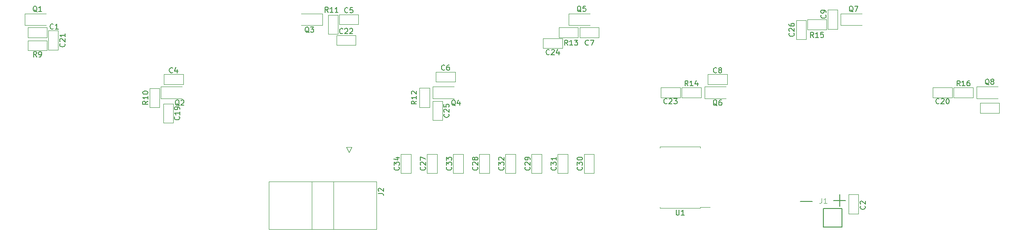
<source format=gbr>
%TF.GenerationSoftware,KiCad,Pcbnew,7.0.9*%
%TF.CreationDate,2024-06-20T14:31:36+03:00*%
%TF.ProjectId,_____ ____ __________,1f3b3042-3020-4443-9e42-3e2041323542,rev?*%
%TF.SameCoordinates,Original*%
%TF.FileFunction,Legend,Top*%
%TF.FilePolarity,Positive*%
%FSLAX46Y46*%
G04 Gerber Fmt 4.6, Leading zero omitted, Abs format (unit mm)*
G04 Created by KiCad (PCBNEW 7.0.9) date 2024-06-20 14:31:36*
%MOMM*%
%LPD*%
G01*
G04 APERTURE LIST*
%ADD10C,0.150000*%
%ADD11C,0.100000*%
%ADD12C,0.120000*%
%ADD13C,0.200000*%
G04 APERTURE END LIST*
D10*
X178812969Y-88882200D02*
X181098684Y-88882200D01*
X185212969Y-88682200D02*
X187498684Y-88682200D01*
X186355826Y-89825057D02*
X186355826Y-87539342D01*
X137065080Y-82300357D02*
X137112700Y-82347976D01*
X137112700Y-82347976D02*
X137160319Y-82490833D01*
X137160319Y-82490833D02*
X137160319Y-82586071D01*
X137160319Y-82586071D02*
X137112700Y-82728928D01*
X137112700Y-82728928D02*
X137017461Y-82824166D01*
X137017461Y-82824166D02*
X136922223Y-82871785D01*
X136922223Y-82871785D02*
X136731747Y-82919404D01*
X136731747Y-82919404D02*
X136588890Y-82919404D01*
X136588890Y-82919404D02*
X136398414Y-82871785D01*
X136398414Y-82871785D02*
X136303176Y-82824166D01*
X136303176Y-82824166D02*
X136207938Y-82728928D01*
X136207938Y-82728928D02*
X136160319Y-82586071D01*
X136160319Y-82586071D02*
X136160319Y-82490833D01*
X136160319Y-82490833D02*
X136207938Y-82347976D01*
X136207938Y-82347976D02*
X136255557Y-82300357D01*
X136160319Y-81967023D02*
X136160319Y-81347976D01*
X136160319Y-81347976D02*
X136541271Y-81681309D01*
X136541271Y-81681309D02*
X136541271Y-81538452D01*
X136541271Y-81538452D02*
X136588890Y-81443214D01*
X136588890Y-81443214D02*
X136636509Y-81395595D01*
X136636509Y-81395595D02*
X136731747Y-81347976D01*
X136731747Y-81347976D02*
X136969842Y-81347976D01*
X136969842Y-81347976D02*
X137065080Y-81395595D01*
X137065080Y-81395595D02*
X137112700Y-81443214D01*
X137112700Y-81443214D02*
X137160319Y-81538452D01*
X137160319Y-81538452D02*
X137160319Y-81824166D01*
X137160319Y-81824166D02*
X137112700Y-81919404D01*
X137112700Y-81919404D02*
X137065080Y-81967023D01*
X136160319Y-80728928D02*
X136160319Y-80633690D01*
X136160319Y-80633690D02*
X136207938Y-80538452D01*
X136207938Y-80538452D02*
X136255557Y-80490833D01*
X136255557Y-80490833D02*
X136350795Y-80443214D01*
X136350795Y-80443214D02*
X136541271Y-80395595D01*
X136541271Y-80395595D02*
X136779366Y-80395595D01*
X136779366Y-80395595D02*
X136969842Y-80443214D01*
X136969842Y-80443214D02*
X137065080Y-80490833D01*
X137065080Y-80490833D02*
X137112700Y-80538452D01*
X137112700Y-80538452D02*
X137160319Y-80633690D01*
X137160319Y-80633690D02*
X137160319Y-80728928D01*
X137160319Y-80728928D02*
X137112700Y-80824166D01*
X137112700Y-80824166D02*
X137065080Y-80871785D01*
X137065080Y-80871785D02*
X136969842Y-80919404D01*
X136969842Y-80919404D02*
X136779366Y-80967023D01*
X136779366Y-80967023D02*
X136541271Y-80967023D01*
X136541271Y-80967023D02*
X136350795Y-80919404D01*
X136350795Y-80919404D02*
X136255557Y-80871785D01*
X136255557Y-80871785D02*
X136207938Y-80824166D01*
X136207938Y-80824166D02*
X136160319Y-80728928D01*
X188917261Y-52550057D02*
X188822023Y-52502438D01*
X188822023Y-52502438D02*
X188726785Y-52407200D01*
X188726785Y-52407200D02*
X188583928Y-52264342D01*
X188583928Y-52264342D02*
X188488690Y-52216723D01*
X188488690Y-52216723D02*
X188393452Y-52216723D01*
X188441071Y-52454819D02*
X188345833Y-52407200D01*
X188345833Y-52407200D02*
X188250595Y-52311961D01*
X188250595Y-52311961D02*
X188202976Y-52121485D01*
X188202976Y-52121485D02*
X188202976Y-51788152D01*
X188202976Y-51788152D02*
X188250595Y-51597676D01*
X188250595Y-51597676D02*
X188345833Y-51502438D01*
X188345833Y-51502438D02*
X188441071Y-51454819D01*
X188441071Y-51454819D02*
X188631547Y-51454819D01*
X188631547Y-51454819D02*
X188726785Y-51502438D01*
X188726785Y-51502438D02*
X188822023Y-51597676D01*
X188822023Y-51597676D02*
X188869642Y-51788152D01*
X188869642Y-51788152D02*
X188869642Y-52121485D01*
X188869642Y-52121485D02*
X188822023Y-52311961D01*
X188822023Y-52311961D02*
X188726785Y-52407200D01*
X188726785Y-52407200D02*
X188631547Y-52454819D01*
X188631547Y-52454819D02*
X188441071Y-52454819D01*
X189202976Y-51454819D02*
X189869642Y-51454819D01*
X189869642Y-51454819D02*
X189441071Y-52454819D01*
X84904761Y-56550057D02*
X84809523Y-56502438D01*
X84809523Y-56502438D02*
X84714285Y-56407200D01*
X84714285Y-56407200D02*
X84571428Y-56264342D01*
X84571428Y-56264342D02*
X84476190Y-56216723D01*
X84476190Y-56216723D02*
X84380952Y-56216723D01*
X84428571Y-56454819D02*
X84333333Y-56407200D01*
X84333333Y-56407200D02*
X84238095Y-56311961D01*
X84238095Y-56311961D02*
X84190476Y-56121485D01*
X84190476Y-56121485D02*
X84190476Y-55788152D01*
X84190476Y-55788152D02*
X84238095Y-55597676D01*
X84238095Y-55597676D02*
X84333333Y-55502438D01*
X84333333Y-55502438D02*
X84428571Y-55454819D01*
X84428571Y-55454819D02*
X84619047Y-55454819D01*
X84619047Y-55454819D02*
X84714285Y-55502438D01*
X84714285Y-55502438D02*
X84809523Y-55597676D01*
X84809523Y-55597676D02*
X84857142Y-55788152D01*
X84857142Y-55788152D02*
X84857142Y-56121485D01*
X84857142Y-56121485D02*
X84809523Y-56311961D01*
X84809523Y-56311961D02*
X84714285Y-56407200D01*
X84714285Y-56407200D02*
X84619047Y-56454819D01*
X84619047Y-56454819D02*
X84428571Y-56454819D01*
X85190476Y-55454819D02*
X85809523Y-55454819D01*
X85809523Y-55454819D02*
X85476190Y-55835771D01*
X85476190Y-55835771D02*
X85619047Y-55835771D01*
X85619047Y-55835771D02*
X85714285Y-55883390D01*
X85714285Y-55883390D02*
X85761904Y-55931009D01*
X85761904Y-55931009D02*
X85809523Y-56026247D01*
X85809523Y-56026247D02*
X85809523Y-56264342D01*
X85809523Y-56264342D02*
X85761904Y-56359580D01*
X85761904Y-56359580D02*
X85714285Y-56407200D01*
X85714285Y-56407200D02*
X85619047Y-56454819D01*
X85619047Y-56454819D02*
X85333333Y-56454819D01*
X85333333Y-56454819D02*
X85238095Y-56407200D01*
X85238095Y-56407200D02*
X85190476Y-56359580D01*
X122065080Y-82300357D02*
X122112700Y-82347976D01*
X122112700Y-82347976D02*
X122160319Y-82490833D01*
X122160319Y-82490833D02*
X122160319Y-82586071D01*
X122160319Y-82586071D02*
X122112700Y-82728928D01*
X122112700Y-82728928D02*
X122017461Y-82824166D01*
X122017461Y-82824166D02*
X121922223Y-82871785D01*
X121922223Y-82871785D02*
X121731747Y-82919404D01*
X121731747Y-82919404D02*
X121588890Y-82919404D01*
X121588890Y-82919404D02*
X121398414Y-82871785D01*
X121398414Y-82871785D02*
X121303176Y-82824166D01*
X121303176Y-82824166D02*
X121207938Y-82728928D01*
X121207938Y-82728928D02*
X121160319Y-82586071D01*
X121160319Y-82586071D02*
X121160319Y-82490833D01*
X121160319Y-82490833D02*
X121207938Y-82347976D01*
X121207938Y-82347976D02*
X121255557Y-82300357D01*
X121160319Y-81967023D02*
X121160319Y-81347976D01*
X121160319Y-81347976D02*
X121541271Y-81681309D01*
X121541271Y-81681309D02*
X121541271Y-81538452D01*
X121541271Y-81538452D02*
X121588890Y-81443214D01*
X121588890Y-81443214D02*
X121636509Y-81395595D01*
X121636509Y-81395595D02*
X121731747Y-81347976D01*
X121731747Y-81347976D02*
X121969842Y-81347976D01*
X121969842Y-81347976D02*
X122065080Y-81395595D01*
X122065080Y-81395595D02*
X122112700Y-81443214D01*
X122112700Y-81443214D02*
X122160319Y-81538452D01*
X122160319Y-81538452D02*
X122160319Y-81824166D01*
X122160319Y-81824166D02*
X122112700Y-81919404D01*
X122112700Y-81919404D02*
X122065080Y-81967023D01*
X121255557Y-80967023D02*
X121207938Y-80919404D01*
X121207938Y-80919404D02*
X121160319Y-80824166D01*
X121160319Y-80824166D02*
X121160319Y-80586071D01*
X121160319Y-80586071D02*
X121207938Y-80490833D01*
X121207938Y-80490833D02*
X121255557Y-80443214D01*
X121255557Y-80443214D02*
X121350795Y-80395595D01*
X121350795Y-80395595D02*
X121446033Y-80395595D01*
X121446033Y-80395595D02*
X121588890Y-80443214D01*
X121588890Y-80443214D02*
X122160319Y-81014642D01*
X122160319Y-81014642D02*
X122160319Y-80395595D01*
X127065080Y-82300357D02*
X127112700Y-82347976D01*
X127112700Y-82347976D02*
X127160319Y-82490833D01*
X127160319Y-82490833D02*
X127160319Y-82586071D01*
X127160319Y-82586071D02*
X127112700Y-82728928D01*
X127112700Y-82728928D02*
X127017461Y-82824166D01*
X127017461Y-82824166D02*
X126922223Y-82871785D01*
X126922223Y-82871785D02*
X126731747Y-82919404D01*
X126731747Y-82919404D02*
X126588890Y-82919404D01*
X126588890Y-82919404D02*
X126398414Y-82871785D01*
X126398414Y-82871785D02*
X126303176Y-82824166D01*
X126303176Y-82824166D02*
X126207938Y-82728928D01*
X126207938Y-82728928D02*
X126160319Y-82586071D01*
X126160319Y-82586071D02*
X126160319Y-82490833D01*
X126160319Y-82490833D02*
X126207938Y-82347976D01*
X126207938Y-82347976D02*
X126255557Y-82300357D01*
X126255557Y-81919404D02*
X126207938Y-81871785D01*
X126207938Y-81871785D02*
X126160319Y-81776547D01*
X126160319Y-81776547D02*
X126160319Y-81538452D01*
X126160319Y-81538452D02*
X126207938Y-81443214D01*
X126207938Y-81443214D02*
X126255557Y-81395595D01*
X126255557Y-81395595D02*
X126350795Y-81347976D01*
X126350795Y-81347976D02*
X126446033Y-81347976D01*
X126446033Y-81347976D02*
X126588890Y-81395595D01*
X126588890Y-81395595D02*
X127160319Y-81967023D01*
X127160319Y-81967023D02*
X127160319Y-81347976D01*
X127160319Y-80871785D02*
X127160319Y-80681309D01*
X127160319Y-80681309D02*
X127112700Y-80586071D01*
X127112700Y-80586071D02*
X127065080Y-80538452D01*
X127065080Y-80538452D02*
X126922223Y-80443214D01*
X126922223Y-80443214D02*
X126731747Y-80395595D01*
X126731747Y-80395595D02*
X126350795Y-80395595D01*
X126350795Y-80395595D02*
X126255557Y-80443214D01*
X126255557Y-80443214D02*
X126207938Y-80490833D01*
X126207938Y-80490833D02*
X126160319Y-80586071D01*
X126160319Y-80586071D02*
X126160319Y-80776547D01*
X126160319Y-80776547D02*
X126207938Y-80871785D01*
X126207938Y-80871785D02*
X126255557Y-80919404D01*
X126255557Y-80919404D02*
X126350795Y-80967023D01*
X126350795Y-80967023D02*
X126588890Y-80967023D01*
X126588890Y-80967023D02*
X126684128Y-80919404D01*
X126684128Y-80919404D02*
X126731747Y-80871785D01*
X126731747Y-80871785D02*
X126779366Y-80776547D01*
X126779366Y-80776547D02*
X126779366Y-80586071D01*
X126779366Y-80586071D02*
X126731747Y-80490833D01*
X126731747Y-80490833D02*
X126684128Y-80443214D01*
X126684128Y-80443214D02*
X126588890Y-80395595D01*
X177559580Y-56642857D02*
X177607200Y-56690476D01*
X177607200Y-56690476D02*
X177654819Y-56833333D01*
X177654819Y-56833333D02*
X177654819Y-56928571D01*
X177654819Y-56928571D02*
X177607200Y-57071428D01*
X177607200Y-57071428D02*
X177511961Y-57166666D01*
X177511961Y-57166666D02*
X177416723Y-57214285D01*
X177416723Y-57214285D02*
X177226247Y-57261904D01*
X177226247Y-57261904D02*
X177083390Y-57261904D01*
X177083390Y-57261904D02*
X176892914Y-57214285D01*
X176892914Y-57214285D02*
X176797676Y-57166666D01*
X176797676Y-57166666D02*
X176702438Y-57071428D01*
X176702438Y-57071428D02*
X176654819Y-56928571D01*
X176654819Y-56928571D02*
X176654819Y-56833333D01*
X176654819Y-56833333D02*
X176702438Y-56690476D01*
X176702438Y-56690476D02*
X176750057Y-56642857D01*
X176750057Y-56261904D02*
X176702438Y-56214285D01*
X176702438Y-56214285D02*
X176654819Y-56119047D01*
X176654819Y-56119047D02*
X176654819Y-55880952D01*
X176654819Y-55880952D02*
X176702438Y-55785714D01*
X176702438Y-55785714D02*
X176750057Y-55738095D01*
X176750057Y-55738095D02*
X176845295Y-55690476D01*
X176845295Y-55690476D02*
X176940533Y-55690476D01*
X176940533Y-55690476D02*
X177083390Y-55738095D01*
X177083390Y-55738095D02*
X177654819Y-56309523D01*
X177654819Y-56309523D02*
X177654819Y-55690476D01*
X176654819Y-54833333D02*
X176654819Y-55023809D01*
X176654819Y-55023809D02*
X176702438Y-55119047D01*
X176702438Y-55119047D02*
X176750057Y-55166666D01*
X176750057Y-55166666D02*
X176892914Y-55261904D01*
X176892914Y-55261904D02*
X177083390Y-55309523D01*
X177083390Y-55309523D02*
X177464342Y-55309523D01*
X177464342Y-55309523D02*
X177559580Y-55261904D01*
X177559580Y-55261904D02*
X177607200Y-55214285D01*
X177607200Y-55214285D02*
X177654819Y-55119047D01*
X177654819Y-55119047D02*
X177654819Y-54928571D01*
X177654819Y-54928571D02*
X177607200Y-54833333D01*
X177607200Y-54833333D02*
X177559580Y-54785714D01*
X177559580Y-54785714D02*
X177464342Y-54738095D01*
X177464342Y-54738095D02*
X177226247Y-54738095D01*
X177226247Y-54738095D02*
X177131009Y-54785714D01*
X177131009Y-54785714D02*
X177083390Y-54833333D01*
X177083390Y-54833333D02*
X177035771Y-54928571D01*
X177035771Y-54928571D02*
X177035771Y-55119047D01*
X177035771Y-55119047D02*
X177083390Y-55214285D01*
X177083390Y-55214285D02*
X177131009Y-55261904D01*
X177131009Y-55261904D02*
X177226247Y-55309523D01*
X138333333Y-58859580D02*
X138285714Y-58907200D01*
X138285714Y-58907200D02*
X138142857Y-58954819D01*
X138142857Y-58954819D02*
X138047619Y-58954819D01*
X138047619Y-58954819D02*
X137904762Y-58907200D01*
X137904762Y-58907200D02*
X137809524Y-58811961D01*
X137809524Y-58811961D02*
X137761905Y-58716723D01*
X137761905Y-58716723D02*
X137714286Y-58526247D01*
X137714286Y-58526247D02*
X137714286Y-58383390D01*
X137714286Y-58383390D02*
X137761905Y-58192914D01*
X137761905Y-58192914D02*
X137809524Y-58097676D01*
X137809524Y-58097676D02*
X137904762Y-58002438D01*
X137904762Y-58002438D02*
X138047619Y-57954819D01*
X138047619Y-57954819D02*
X138142857Y-57954819D01*
X138142857Y-57954819D02*
X138285714Y-58002438D01*
X138285714Y-58002438D02*
X138333333Y-58050057D01*
X138666667Y-57954819D02*
X139333333Y-57954819D01*
X139333333Y-57954819D02*
X138904762Y-58954819D01*
X102065080Y-82300357D02*
X102112700Y-82347976D01*
X102112700Y-82347976D02*
X102160319Y-82490833D01*
X102160319Y-82490833D02*
X102160319Y-82586071D01*
X102160319Y-82586071D02*
X102112700Y-82728928D01*
X102112700Y-82728928D02*
X102017461Y-82824166D01*
X102017461Y-82824166D02*
X101922223Y-82871785D01*
X101922223Y-82871785D02*
X101731747Y-82919404D01*
X101731747Y-82919404D02*
X101588890Y-82919404D01*
X101588890Y-82919404D02*
X101398414Y-82871785D01*
X101398414Y-82871785D02*
X101303176Y-82824166D01*
X101303176Y-82824166D02*
X101207938Y-82728928D01*
X101207938Y-82728928D02*
X101160319Y-82586071D01*
X101160319Y-82586071D02*
X101160319Y-82490833D01*
X101160319Y-82490833D02*
X101207938Y-82347976D01*
X101207938Y-82347976D02*
X101255557Y-82300357D01*
X101160319Y-81967023D02*
X101160319Y-81347976D01*
X101160319Y-81347976D02*
X101541271Y-81681309D01*
X101541271Y-81681309D02*
X101541271Y-81538452D01*
X101541271Y-81538452D02*
X101588890Y-81443214D01*
X101588890Y-81443214D02*
X101636509Y-81395595D01*
X101636509Y-81395595D02*
X101731747Y-81347976D01*
X101731747Y-81347976D02*
X101969842Y-81347976D01*
X101969842Y-81347976D02*
X102065080Y-81395595D01*
X102065080Y-81395595D02*
X102112700Y-81443214D01*
X102112700Y-81443214D02*
X102160319Y-81538452D01*
X102160319Y-81538452D02*
X102160319Y-81824166D01*
X102160319Y-81824166D02*
X102112700Y-81919404D01*
X102112700Y-81919404D02*
X102065080Y-81967023D01*
X101493652Y-80490833D02*
X102160319Y-80490833D01*
X101112700Y-80728928D02*
X101826985Y-80967023D01*
X101826985Y-80967023D02*
X101826985Y-80347976D01*
X181357142Y-57454819D02*
X181023809Y-56978628D01*
X180785714Y-57454819D02*
X180785714Y-56454819D01*
X180785714Y-56454819D02*
X181166666Y-56454819D01*
X181166666Y-56454819D02*
X181261904Y-56502438D01*
X181261904Y-56502438D02*
X181309523Y-56550057D01*
X181309523Y-56550057D02*
X181357142Y-56645295D01*
X181357142Y-56645295D02*
X181357142Y-56788152D01*
X181357142Y-56788152D02*
X181309523Y-56883390D01*
X181309523Y-56883390D02*
X181261904Y-56931009D01*
X181261904Y-56931009D02*
X181166666Y-56978628D01*
X181166666Y-56978628D02*
X180785714Y-56978628D01*
X182309523Y-57454819D02*
X181738095Y-57454819D01*
X182023809Y-57454819D02*
X182023809Y-56454819D01*
X182023809Y-56454819D02*
X181928571Y-56597676D01*
X181928571Y-56597676D02*
X181833333Y-56692914D01*
X181833333Y-56692914D02*
X181738095Y-56740533D01*
X183214285Y-56454819D02*
X182738095Y-56454819D01*
X182738095Y-56454819D02*
X182690476Y-56931009D01*
X182690476Y-56931009D02*
X182738095Y-56883390D01*
X182738095Y-56883390D02*
X182833333Y-56835771D01*
X182833333Y-56835771D02*
X183071428Y-56835771D01*
X183071428Y-56835771D02*
X183166666Y-56883390D01*
X183166666Y-56883390D02*
X183214285Y-56931009D01*
X183214285Y-56931009D02*
X183261904Y-57026247D01*
X183261904Y-57026247D02*
X183261904Y-57264342D01*
X183261904Y-57264342D02*
X183214285Y-57359580D01*
X183214285Y-57359580D02*
X183166666Y-57407200D01*
X183166666Y-57407200D02*
X183071428Y-57454819D01*
X183071428Y-57454819D02*
X182833333Y-57454819D01*
X182833333Y-57454819D02*
X182738095Y-57407200D01*
X182738095Y-57407200D02*
X182690476Y-57359580D01*
X98134819Y-87350833D02*
X98849104Y-87350833D01*
X98849104Y-87350833D02*
X98991961Y-87398452D01*
X98991961Y-87398452D02*
X99087200Y-87493690D01*
X99087200Y-87493690D02*
X99134819Y-87636547D01*
X99134819Y-87636547D02*
X99134819Y-87731785D01*
X98230057Y-86922261D02*
X98182438Y-86874642D01*
X98182438Y-86874642D02*
X98134819Y-86779404D01*
X98134819Y-86779404D02*
X98134819Y-86541309D01*
X98134819Y-86541309D02*
X98182438Y-86446071D01*
X98182438Y-86446071D02*
X98230057Y-86398452D01*
X98230057Y-86398452D02*
X98325295Y-86350833D01*
X98325295Y-86350833D02*
X98420533Y-86350833D01*
X98420533Y-86350833D02*
X98563390Y-86398452D01*
X98563390Y-86398452D02*
X99134819Y-86969880D01*
X99134819Y-86969880D02*
X99134819Y-86350833D01*
X36033333Y-55759580D02*
X35985714Y-55807200D01*
X35985714Y-55807200D02*
X35842857Y-55854819D01*
X35842857Y-55854819D02*
X35747619Y-55854819D01*
X35747619Y-55854819D02*
X35604762Y-55807200D01*
X35604762Y-55807200D02*
X35509524Y-55711961D01*
X35509524Y-55711961D02*
X35461905Y-55616723D01*
X35461905Y-55616723D02*
X35414286Y-55426247D01*
X35414286Y-55426247D02*
X35414286Y-55283390D01*
X35414286Y-55283390D02*
X35461905Y-55092914D01*
X35461905Y-55092914D02*
X35509524Y-54997676D01*
X35509524Y-54997676D02*
X35604762Y-54902438D01*
X35604762Y-54902438D02*
X35747619Y-54854819D01*
X35747619Y-54854819D02*
X35842857Y-54854819D01*
X35842857Y-54854819D02*
X35985714Y-54902438D01*
X35985714Y-54902438D02*
X36033333Y-54950057D01*
X36985714Y-55854819D02*
X36414286Y-55854819D01*
X36700000Y-55854819D02*
X36700000Y-54854819D01*
X36700000Y-54854819D02*
X36604762Y-54997676D01*
X36604762Y-54997676D02*
X36509524Y-55092914D01*
X36509524Y-55092914D02*
X36414286Y-55140533D01*
X130857142Y-60674080D02*
X130809523Y-60721700D01*
X130809523Y-60721700D02*
X130666666Y-60769319D01*
X130666666Y-60769319D02*
X130571428Y-60769319D01*
X130571428Y-60769319D02*
X130428571Y-60721700D01*
X130428571Y-60721700D02*
X130333333Y-60626461D01*
X130333333Y-60626461D02*
X130285714Y-60531223D01*
X130285714Y-60531223D02*
X130238095Y-60340747D01*
X130238095Y-60340747D02*
X130238095Y-60197890D01*
X130238095Y-60197890D02*
X130285714Y-60007414D01*
X130285714Y-60007414D02*
X130333333Y-59912176D01*
X130333333Y-59912176D02*
X130428571Y-59816938D01*
X130428571Y-59816938D02*
X130571428Y-59769319D01*
X130571428Y-59769319D02*
X130666666Y-59769319D01*
X130666666Y-59769319D02*
X130809523Y-59816938D01*
X130809523Y-59816938D02*
X130857142Y-59864557D01*
X131238095Y-59864557D02*
X131285714Y-59816938D01*
X131285714Y-59816938D02*
X131380952Y-59769319D01*
X131380952Y-59769319D02*
X131619047Y-59769319D01*
X131619047Y-59769319D02*
X131714285Y-59816938D01*
X131714285Y-59816938D02*
X131761904Y-59864557D01*
X131761904Y-59864557D02*
X131809523Y-59959795D01*
X131809523Y-59959795D02*
X131809523Y-60055033D01*
X131809523Y-60055033D02*
X131761904Y-60197890D01*
X131761904Y-60197890D02*
X131190476Y-60769319D01*
X131190476Y-60769319D02*
X131809523Y-60769319D01*
X132666666Y-60102652D02*
X132666666Y-60769319D01*
X132428571Y-59721700D02*
X132190476Y-60435985D01*
X132190476Y-60435985D02*
X132809523Y-60435985D01*
X105454819Y-69642857D02*
X104978628Y-69976190D01*
X105454819Y-70214285D02*
X104454819Y-70214285D01*
X104454819Y-70214285D02*
X104454819Y-69833333D01*
X104454819Y-69833333D02*
X104502438Y-69738095D01*
X104502438Y-69738095D02*
X104550057Y-69690476D01*
X104550057Y-69690476D02*
X104645295Y-69642857D01*
X104645295Y-69642857D02*
X104788152Y-69642857D01*
X104788152Y-69642857D02*
X104883390Y-69690476D01*
X104883390Y-69690476D02*
X104931009Y-69738095D01*
X104931009Y-69738095D02*
X104978628Y-69833333D01*
X104978628Y-69833333D02*
X104978628Y-70214285D01*
X105454819Y-68690476D02*
X105454819Y-69261904D01*
X105454819Y-68976190D02*
X104454819Y-68976190D01*
X104454819Y-68976190D02*
X104597676Y-69071428D01*
X104597676Y-69071428D02*
X104692914Y-69166666D01*
X104692914Y-69166666D02*
X104740533Y-69261904D01*
X104550057Y-68309523D02*
X104502438Y-68261904D01*
X104502438Y-68261904D02*
X104454819Y-68166666D01*
X104454819Y-68166666D02*
X104454819Y-67928571D01*
X104454819Y-67928571D02*
X104502438Y-67833333D01*
X104502438Y-67833333D02*
X104550057Y-67785714D01*
X104550057Y-67785714D02*
X104645295Y-67738095D01*
X104645295Y-67738095D02*
X104740533Y-67738095D01*
X104740533Y-67738095D02*
X104883390Y-67785714D01*
X104883390Y-67785714D02*
X105454819Y-68357142D01*
X105454819Y-68357142D02*
X105454819Y-67738095D01*
X91357142Y-56645080D02*
X91309523Y-56692700D01*
X91309523Y-56692700D02*
X91166666Y-56740319D01*
X91166666Y-56740319D02*
X91071428Y-56740319D01*
X91071428Y-56740319D02*
X90928571Y-56692700D01*
X90928571Y-56692700D02*
X90833333Y-56597461D01*
X90833333Y-56597461D02*
X90785714Y-56502223D01*
X90785714Y-56502223D02*
X90738095Y-56311747D01*
X90738095Y-56311747D02*
X90738095Y-56168890D01*
X90738095Y-56168890D02*
X90785714Y-55978414D01*
X90785714Y-55978414D02*
X90833333Y-55883176D01*
X90833333Y-55883176D02*
X90928571Y-55787938D01*
X90928571Y-55787938D02*
X91071428Y-55740319D01*
X91071428Y-55740319D02*
X91166666Y-55740319D01*
X91166666Y-55740319D02*
X91309523Y-55787938D01*
X91309523Y-55787938D02*
X91357142Y-55835557D01*
X91738095Y-55835557D02*
X91785714Y-55787938D01*
X91785714Y-55787938D02*
X91880952Y-55740319D01*
X91880952Y-55740319D02*
X92119047Y-55740319D01*
X92119047Y-55740319D02*
X92214285Y-55787938D01*
X92214285Y-55787938D02*
X92261904Y-55835557D01*
X92261904Y-55835557D02*
X92309523Y-55930795D01*
X92309523Y-55930795D02*
X92309523Y-56026033D01*
X92309523Y-56026033D02*
X92261904Y-56168890D01*
X92261904Y-56168890D02*
X91690476Y-56740319D01*
X91690476Y-56740319D02*
X92309523Y-56740319D01*
X92690476Y-55835557D02*
X92738095Y-55787938D01*
X92738095Y-55787938D02*
X92833333Y-55740319D01*
X92833333Y-55740319D02*
X93071428Y-55740319D01*
X93071428Y-55740319D02*
X93166666Y-55787938D01*
X93166666Y-55787938D02*
X93214285Y-55835557D01*
X93214285Y-55835557D02*
X93261904Y-55930795D01*
X93261904Y-55930795D02*
X93261904Y-56026033D01*
X93261904Y-56026033D02*
X93214285Y-56168890D01*
X93214285Y-56168890D02*
X92642857Y-56740319D01*
X92642857Y-56740319D02*
X93261904Y-56740319D01*
X205357142Y-70074080D02*
X205309523Y-70121700D01*
X205309523Y-70121700D02*
X205166666Y-70169319D01*
X205166666Y-70169319D02*
X205071428Y-70169319D01*
X205071428Y-70169319D02*
X204928571Y-70121700D01*
X204928571Y-70121700D02*
X204833333Y-70026461D01*
X204833333Y-70026461D02*
X204785714Y-69931223D01*
X204785714Y-69931223D02*
X204738095Y-69740747D01*
X204738095Y-69740747D02*
X204738095Y-69597890D01*
X204738095Y-69597890D02*
X204785714Y-69407414D01*
X204785714Y-69407414D02*
X204833333Y-69312176D01*
X204833333Y-69312176D02*
X204928571Y-69216938D01*
X204928571Y-69216938D02*
X205071428Y-69169319D01*
X205071428Y-69169319D02*
X205166666Y-69169319D01*
X205166666Y-69169319D02*
X205309523Y-69216938D01*
X205309523Y-69216938D02*
X205357142Y-69264557D01*
X205738095Y-69264557D02*
X205785714Y-69216938D01*
X205785714Y-69216938D02*
X205880952Y-69169319D01*
X205880952Y-69169319D02*
X206119047Y-69169319D01*
X206119047Y-69169319D02*
X206214285Y-69216938D01*
X206214285Y-69216938D02*
X206261904Y-69264557D01*
X206261904Y-69264557D02*
X206309523Y-69359795D01*
X206309523Y-69359795D02*
X206309523Y-69455033D01*
X206309523Y-69455033D02*
X206261904Y-69597890D01*
X206261904Y-69597890D02*
X205690476Y-70169319D01*
X205690476Y-70169319D02*
X206309523Y-70169319D01*
X206928571Y-69169319D02*
X207023809Y-69169319D01*
X207023809Y-69169319D02*
X207119047Y-69216938D01*
X207119047Y-69216938D02*
X207166666Y-69264557D01*
X207166666Y-69264557D02*
X207214285Y-69359795D01*
X207214285Y-69359795D02*
X207261904Y-69550271D01*
X207261904Y-69550271D02*
X207261904Y-69788366D01*
X207261904Y-69788366D02*
X207214285Y-69978842D01*
X207214285Y-69978842D02*
X207166666Y-70074080D01*
X207166666Y-70074080D02*
X207119047Y-70121700D01*
X207119047Y-70121700D02*
X207023809Y-70169319D01*
X207023809Y-70169319D02*
X206928571Y-70169319D01*
X206928571Y-70169319D02*
X206833333Y-70121700D01*
X206833333Y-70121700D02*
X206785714Y-70074080D01*
X206785714Y-70074080D02*
X206738095Y-69978842D01*
X206738095Y-69978842D02*
X206690476Y-69788366D01*
X206690476Y-69788366D02*
X206690476Y-69550271D01*
X206690476Y-69550271D02*
X206738095Y-69359795D01*
X206738095Y-69359795D02*
X206785714Y-69264557D01*
X206785714Y-69264557D02*
X206833333Y-69216938D01*
X206833333Y-69216938D02*
X206928571Y-69169319D01*
X58833333Y-64145080D02*
X58785714Y-64192700D01*
X58785714Y-64192700D02*
X58642857Y-64240319D01*
X58642857Y-64240319D02*
X58547619Y-64240319D01*
X58547619Y-64240319D02*
X58404762Y-64192700D01*
X58404762Y-64192700D02*
X58309524Y-64097461D01*
X58309524Y-64097461D02*
X58261905Y-64002223D01*
X58261905Y-64002223D02*
X58214286Y-63811747D01*
X58214286Y-63811747D02*
X58214286Y-63668890D01*
X58214286Y-63668890D02*
X58261905Y-63478414D01*
X58261905Y-63478414D02*
X58309524Y-63383176D01*
X58309524Y-63383176D02*
X58404762Y-63287938D01*
X58404762Y-63287938D02*
X58547619Y-63240319D01*
X58547619Y-63240319D02*
X58642857Y-63240319D01*
X58642857Y-63240319D02*
X58785714Y-63287938D01*
X58785714Y-63287938D02*
X58833333Y-63335557D01*
X59690476Y-63573652D02*
X59690476Y-64240319D01*
X59452381Y-63192700D02*
X59214286Y-63906985D01*
X59214286Y-63906985D02*
X59833333Y-63906985D01*
X32833333Y-61169319D02*
X32500000Y-60693128D01*
X32261905Y-61169319D02*
X32261905Y-60169319D01*
X32261905Y-60169319D02*
X32642857Y-60169319D01*
X32642857Y-60169319D02*
X32738095Y-60216938D01*
X32738095Y-60216938D02*
X32785714Y-60264557D01*
X32785714Y-60264557D02*
X32833333Y-60359795D01*
X32833333Y-60359795D02*
X32833333Y-60502652D01*
X32833333Y-60502652D02*
X32785714Y-60597890D01*
X32785714Y-60597890D02*
X32738095Y-60645509D01*
X32738095Y-60645509D02*
X32642857Y-60693128D01*
X32642857Y-60693128D02*
X32261905Y-60693128D01*
X33309524Y-61169319D02*
X33500000Y-61169319D01*
X33500000Y-61169319D02*
X33595238Y-61121700D01*
X33595238Y-61121700D02*
X33642857Y-61074080D01*
X33642857Y-61074080D02*
X33738095Y-60931223D01*
X33738095Y-60931223D02*
X33785714Y-60740747D01*
X33785714Y-60740747D02*
X33785714Y-60359795D01*
X33785714Y-60359795D02*
X33738095Y-60264557D01*
X33738095Y-60264557D02*
X33690476Y-60216938D01*
X33690476Y-60216938D02*
X33595238Y-60169319D01*
X33595238Y-60169319D02*
X33404762Y-60169319D01*
X33404762Y-60169319D02*
X33309524Y-60216938D01*
X33309524Y-60216938D02*
X33261905Y-60264557D01*
X33261905Y-60264557D02*
X33214286Y-60359795D01*
X33214286Y-60359795D02*
X33214286Y-60597890D01*
X33214286Y-60597890D02*
X33261905Y-60693128D01*
X33261905Y-60693128D02*
X33309524Y-60740747D01*
X33309524Y-60740747D02*
X33404762Y-60788366D01*
X33404762Y-60788366D02*
X33595238Y-60788366D01*
X33595238Y-60788366D02*
X33690476Y-60740747D01*
X33690476Y-60740747D02*
X33738095Y-60693128D01*
X33738095Y-60693128D02*
X33785714Y-60597890D01*
X117065080Y-82300357D02*
X117112700Y-82347976D01*
X117112700Y-82347976D02*
X117160319Y-82490833D01*
X117160319Y-82490833D02*
X117160319Y-82586071D01*
X117160319Y-82586071D02*
X117112700Y-82728928D01*
X117112700Y-82728928D02*
X117017461Y-82824166D01*
X117017461Y-82824166D02*
X116922223Y-82871785D01*
X116922223Y-82871785D02*
X116731747Y-82919404D01*
X116731747Y-82919404D02*
X116588890Y-82919404D01*
X116588890Y-82919404D02*
X116398414Y-82871785D01*
X116398414Y-82871785D02*
X116303176Y-82824166D01*
X116303176Y-82824166D02*
X116207938Y-82728928D01*
X116207938Y-82728928D02*
X116160319Y-82586071D01*
X116160319Y-82586071D02*
X116160319Y-82490833D01*
X116160319Y-82490833D02*
X116207938Y-82347976D01*
X116207938Y-82347976D02*
X116255557Y-82300357D01*
X116255557Y-81919404D02*
X116207938Y-81871785D01*
X116207938Y-81871785D02*
X116160319Y-81776547D01*
X116160319Y-81776547D02*
X116160319Y-81538452D01*
X116160319Y-81538452D02*
X116207938Y-81443214D01*
X116207938Y-81443214D02*
X116255557Y-81395595D01*
X116255557Y-81395595D02*
X116350795Y-81347976D01*
X116350795Y-81347976D02*
X116446033Y-81347976D01*
X116446033Y-81347976D02*
X116588890Y-81395595D01*
X116588890Y-81395595D02*
X117160319Y-81967023D01*
X117160319Y-81967023D02*
X117160319Y-81347976D01*
X116588890Y-80776547D02*
X116541271Y-80871785D01*
X116541271Y-80871785D02*
X116493652Y-80919404D01*
X116493652Y-80919404D02*
X116398414Y-80967023D01*
X116398414Y-80967023D02*
X116350795Y-80967023D01*
X116350795Y-80967023D02*
X116255557Y-80919404D01*
X116255557Y-80919404D02*
X116207938Y-80871785D01*
X116207938Y-80871785D02*
X116160319Y-80776547D01*
X116160319Y-80776547D02*
X116160319Y-80586071D01*
X116160319Y-80586071D02*
X116207938Y-80490833D01*
X116207938Y-80490833D02*
X116255557Y-80443214D01*
X116255557Y-80443214D02*
X116350795Y-80395595D01*
X116350795Y-80395595D02*
X116398414Y-80395595D01*
X116398414Y-80395595D02*
X116493652Y-80443214D01*
X116493652Y-80443214D02*
X116541271Y-80490833D01*
X116541271Y-80490833D02*
X116588890Y-80586071D01*
X116588890Y-80586071D02*
X116588890Y-80776547D01*
X116588890Y-80776547D02*
X116636509Y-80871785D01*
X116636509Y-80871785D02*
X116684128Y-80919404D01*
X116684128Y-80919404D02*
X116779366Y-80967023D01*
X116779366Y-80967023D02*
X116969842Y-80967023D01*
X116969842Y-80967023D02*
X117065080Y-80919404D01*
X117065080Y-80919404D02*
X117112700Y-80871785D01*
X117112700Y-80871785D02*
X117160319Y-80776547D01*
X117160319Y-80776547D02*
X117160319Y-80586071D01*
X117160319Y-80586071D02*
X117112700Y-80490833D01*
X117112700Y-80490833D02*
X117065080Y-80443214D01*
X117065080Y-80443214D02*
X116969842Y-80395595D01*
X116969842Y-80395595D02*
X116779366Y-80395595D01*
X116779366Y-80395595D02*
X116684128Y-80443214D01*
X116684128Y-80443214D02*
X116636509Y-80490833D01*
X116636509Y-80490833D02*
X116588890Y-80586071D01*
X54115319Y-69667857D02*
X53639128Y-70001190D01*
X54115319Y-70239285D02*
X53115319Y-70239285D01*
X53115319Y-70239285D02*
X53115319Y-69858333D01*
X53115319Y-69858333D02*
X53162938Y-69763095D01*
X53162938Y-69763095D02*
X53210557Y-69715476D01*
X53210557Y-69715476D02*
X53305795Y-69667857D01*
X53305795Y-69667857D02*
X53448652Y-69667857D01*
X53448652Y-69667857D02*
X53543890Y-69715476D01*
X53543890Y-69715476D02*
X53591509Y-69763095D01*
X53591509Y-69763095D02*
X53639128Y-69858333D01*
X53639128Y-69858333D02*
X53639128Y-70239285D01*
X54115319Y-68715476D02*
X54115319Y-69286904D01*
X54115319Y-69001190D02*
X53115319Y-69001190D01*
X53115319Y-69001190D02*
X53258176Y-69096428D01*
X53258176Y-69096428D02*
X53353414Y-69191666D01*
X53353414Y-69191666D02*
X53401033Y-69286904D01*
X53115319Y-68096428D02*
X53115319Y-68001190D01*
X53115319Y-68001190D02*
X53162938Y-67905952D01*
X53162938Y-67905952D02*
X53210557Y-67858333D01*
X53210557Y-67858333D02*
X53305795Y-67810714D01*
X53305795Y-67810714D02*
X53496271Y-67763095D01*
X53496271Y-67763095D02*
X53734366Y-67763095D01*
X53734366Y-67763095D02*
X53924842Y-67810714D01*
X53924842Y-67810714D02*
X54020080Y-67858333D01*
X54020080Y-67858333D02*
X54067700Y-67905952D01*
X54067700Y-67905952D02*
X54115319Y-68001190D01*
X54115319Y-68001190D02*
X54115319Y-68096428D01*
X54115319Y-68096428D02*
X54067700Y-68191666D01*
X54067700Y-68191666D02*
X54020080Y-68239285D01*
X54020080Y-68239285D02*
X53924842Y-68286904D01*
X53924842Y-68286904D02*
X53734366Y-68334523D01*
X53734366Y-68334523D02*
X53496271Y-68334523D01*
X53496271Y-68334523D02*
X53305795Y-68286904D01*
X53305795Y-68286904D02*
X53210557Y-68239285D01*
X53210557Y-68239285D02*
X53162938Y-68191666D01*
X53162938Y-68191666D02*
X53115319Y-68096428D01*
X107065080Y-82300357D02*
X107112700Y-82347976D01*
X107112700Y-82347976D02*
X107160319Y-82490833D01*
X107160319Y-82490833D02*
X107160319Y-82586071D01*
X107160319Y-82586071D02*
X107112700Y-82728928D01*
X107112700Y-82728928D02*
X107017461Y-82824166D01*
X107017461Y-82824166D02*
X106922223Y-82871785D01*
X106922223Y-82871785D02*
X106731747Y-82919404D01*
X106731747Y-82919404D02*
X106588890Y-82919404D01*
X106588890Y-82919404D02*
X106398414Y-82871785D01*
X106398414Y-82871785D02*
X106303176Y-82824166D01*
X106303176Y-82824166D02*
X106207938Y-82728928D01*
X106207938Y-82728928D02*
X106160319Y-82586071D01*
X106160319Y-82586071D02*
X106160319Y-82490833D01*
X106160319Y-82490833D02*
X106207938Y-82347976D01*
X106207938Y-82347976D02*
X106255557Y-82300357D01*
X106255557Y-81919404D02*
X106207938Y-81871785D01*
X106207938Y-81871785D02*
X106160319Y-81776547D01*
X106160319Y-81776547D02*
X106160319Y-81538452D01*
X106160319Y-81538452D02*
X106207938Y-81443214D01*
X106207938Y-81443214D02*
X106255557Y-81395595D01*
X106255557Y-81395595D02*
X106350795Y-81347976D01*
X106350795Y-81347976D02*
X106446033Y-81347976D01*
X106446033Y-81347976D02*
X106588890Y-81395595D01*
X106588890Y-81395595D02*
X107160319Y-81967023D01*
X107160319Y-81967023D02*
X107160319Y-81347976D01*
X106160319Y-81014642D02*
X106160319Y-80347976D01*
X106160319Y-80347976D02*
X107160319Y-80776547D01*
X112904761Y-70550057D02*
X112809523Y-70502438D01*
X112809523Y-70502438D02*
X112714285Y-70407200D01*
X112714285Y-70407200D02*
X112571428Y-70264342D01*
X112571428Y-70264342D02*
X112476190Y-70216723D01*
X112476190Y-70216723D02*
X112380952Y-70216723D01*
X112428571Y-70454819D02*
X112333333Y-70407200D01*
X112333333Y-70407200D02*
X112238095Y-70311961D01*
X112238095Y-70311961D02*
X112190476Y-70121485D01*
X112190476Y-70121485D02*
X112190476Y-69788152D01*
X112190476Y-69788152D02*
X112238095Y-69597676D01*
X112238095Y-69597676D02*
X112333333Y-69502438D01*
X112333333Y-69502438D02*
X112428571Y-69454819D01*
X112428571Y-69454819D02*
X112619047Y-69454819D01*
X112619047Y-69454819D02*
X112714285Y-69502438D01*
X112714285Y-69502438D02*
X112809523Y-69597676D01*
X112809523Y-69597676D02*
X112857142Y-69788152D01*
X112857142Y-69788152D02*
X112857142Y-70121485D01*
X112857142Y-70121485D02*
X112809523Y-70311961D01*
X112809523Y-70311961D02*
X112714285Y-70407200D01*
X112714285Y-70407200D02*
X112619047Y-70454819D01*
X112619047Y-70454819D02*
X112428571Y-70454819D01*
X113714285Y-69788152D02*
X113714285Y-70454819D01*
X113476190Y-69407200D02*
X113238095Y-70121485D01*
X113238095Y-70121485D02*
X113857142Y-70121485D01*
X214917261Y-66550057D02*
X214822023Y-66502438D01*
X214822023Y-66502438D02*
X214726785Y-66407200D01*
X214726785Y-66407200D02*
X214583928Y-66264342D01*
X214583928Y-66264342D02*
X214488690Y-66216723D01*
X214488690Y-66216723D02*
X214393452Y-66216723D01*
X214441071Y-66454819D02*
X214345833Y-66407200D01*
X214345833Y-66407200D02*
X214250595Y-66311961D01*
X214250595Y-66311961D02*
X214202976Y-66121485D01*
X214202976Y-66121485D02*
X214202976Y-65788152D01*
X214202976Y-65788152D02*
X214250595Y-65597676D01*
X214250595Y-65597676D02*
X214345833Y-65502438D01*
X214345833Y-65502438D02*
X214441071Y-65454819D01*
X214441071Y-65454819D02*
X214631547Y-65454819D01*
X214631547Y-65454819D02*
X214726785Y-65502438D01*
X214726785Y-65502438D02*
X214822023Y-65597676D01*
X214822023Y-65597676D02*
X214869642Y-65788152D01*
X214869642Y-65788152D02*
X214869642Y-66121485D01*
X214869642Y-66121485D02*
X214822023Y-66311961D01*
X214822023Y-66311961D02*
X214726785Y-66407200D01*
X214726785Y-66407200D02*
X214631547Y-66454819D01*
X214631547Y-66454819D02*
X214441071Y-66454819D01*
X215441071Y-65883390D02*
X215345833Y-65835771D01*
X215345833Y-65835771D02*
X215298214Y-65788152D01*
X215298214Y-65788152D02*
X215250595Y-65692914D01*
X215250595Y-65692914D02*
X215250595Y-65645295D01*
X215250595Y-65645295D02*
X215298214Y-65550057D01*
X215298214Y-65550057D02*
X215345833Y-65502438D01*
X215345833Y-65502438D02*
X215441071Y-65454819D01*
X215441071Y-65454819D02*
X215631547Y-65454819D01*
X215631547Y-65454819D02*
X215726785Y-65502438D01*
X215726785Y-65502438D02*
X215774404Y-65550057D01*
X215774404Y-65550057D02*
X215822023Y-65645295D01*
X215822023Y-65645295D02*
X215822023Y-65692914D01*
X215822023Y-65692914D02*
X215774404Y-65788152D01*
X215774404Y-65788152D02*
X215726785Y-65835771D01*
X215726785Y-65835771D02*
X215631547Y-65883390D01*
X215631547Y-65883390D02*
X215441071Y-65883390D01*
X215441071Y-65883390D02*
X215345833Y-65931009D01*
X215345833Y-65931009D02*
X215298214Y-65978628D01*
X215298214Y-65978628D02*
X215250595Y-66073866D01*
X215250595Y-66073866D02*
X215250595Y-66264342D01*
X215250595Y-66264342D02*
X215298214Y-66359580D01*
X215298214Y-66359580D02*
X215345833Y-66407200D01*
X215345833Y-66407200D02*
X215441071Y-66454819D01*
X215441071Y-66454819D02*
X215631547Y-66454819D01*
X215631547Y-66454819D02*
X215726785Y-66407200D01*
X215726785Y-66407200D02*
X215774404Y-66359580D01*
X215774404Y-66359580D02*
X215822023Y-66264342D01*
X215822023Y-66264342D02*
X215822023Y-66073866D01*
X215822023Y-66073866D02*
X215774404Y-65978628D01*
X215774404Y-65978628D02*
X215726785Y-65931009D01*
X215726785Y-65931009D02*
X215631547Y-65883390D01*
X191159580Y-89766666D02*
X191207200Y-89814285D01*
X191207200Y-89814285D02*
X191254819Y-89957142D01*
X191254819Y-89957142D02*
X191254819Y-90052380D01*
X191254819Y-90052380D02*
X191207200Y-90195237D01*
X191207200Y-90195237D02*
X191111961Y-90290475D01*
X191111961Y-90290475D02*
X191016723Y-90338094D01*
X191016723Y-90338094D02*
X190826247Y-90385713D01*
X190826247Y-90385713D02*
X190683390Y-90385713D01*
X190683390Y-90385713D02*
X190492914Y-90338094D01*
X190492914Y-90338094D02*
X190397676Y-90290475D01*
X190397676Y-90290475D02*
X190302438Y-90195237D01*
X190302438Y-90195237D02*
X190254819Y-90052380D01*
X190254819Y-90052380D02*
X190254819Y-89957142D01*
X190254819Y-89957142D02*
X190302438Y-89814285D01*
X190302438Y-89814285D02*
X190350057Y-89766666D01*
X190350057Y-89385713D02*
X190302438Y-89338094D01*
X190302438Y-89338094D02*
X190254819Y-89242856D01*
X190254819Y-89242856D02*
X190254819Y-89004761D01*
X190254819Y-89004761D02*
X190302438Y-88909523D01*
X190302438Y-88909523D02*
X190350057Y-88861904D01*
X190350057Y-88861904D02*
X190445295Y-88814285D01*
X190445295Y-88814285D02*
X190540533Y-88814285D01*
X190540533Y-88814285D02*
X190683390Y-88861904D01*
X190683390Y-88861904D02*
X191254819Y-89433332D01*
X191254819Y-89433332D02*
X191254819Y-88814285D01*
X132065080Y-82300357D02*
X132112700Y-82347976D01*
X132112700Y-82347976D02*
X132160319Y-82490833D01*
X132160319Y-82490833D02*
X132160319Y-82586071D01*
X132160319Y-82586071D02*
X132112700Y-82728928D01*
X132112700Y-82728928D02*
X132017461Y-82824166D01*
X132017461Y-82824166D02*
X131922223Y-82871785D01*
X131922223Y-82871785D02*
X131731747Y-82919404D01*
X131731747Y-82919404D02*
X131588890Y-82919404D01*
X131588890Y-82919404D02*
X131398414Y-82871785D01*
X131398414Y-82871785D02*
X131303176Y-82824166D01*
X131303176Y-82824166D02*
X131207938Y-82728928D01*
X131207938Y-82728928D02*
X131160319Y-82586071D01*
X131160319Y-82586071D02*
X131160319Y-82490833D01*
X131160319Y-82490833D02*
X131207938Y-82347976D01*
X131207938Y-82347976D02*
X131255557Y-82300357D01*
X131160319Y-81967023D02*
X131160319Y-81347976D01*
X131160319Y-81347976D02*
X131541271Y-81681309D01*
X131541271Y-81681309D02*
X131541271Y-81538452D01*
X131541271Y-81538452D02*
X131588890Y-81443214D01*
X131588890Y-81443214D02*
X131636509Y-81395595D01*
X131636509Y-81395595D02*
X131731747Y-81347976D01*
X131731747Y-81347976D02*
X131969842Y-81347976D01*
X131969842Y-81347976D02*
X132065080Y-81395595D01*
X132065080Y-81395595D02*
X132112700Y-81443214D01*
X132112700Y-81443214D02*
X132160319Y-81538452D01*
X132160319Y-81538452D02*
X132160319Y-81824166D01*
X132160319Y-81824166D02*
X132112700Y-81919404D01*
X132112700Y-81919404D02*
X132065080Y-81967023D01*
X132160319Y-80395595D02*
X132160319Y-80967023D01*
X132160319Y-80681309D02*
X131160319Y-80681309D01*
X131160319Y-80681309D02*
X131303176Y-80776547D01*
X131303176Y-80776547D02*
X131398414Y-80871785D01*
X131398414Y-80871785D02*
X131446033Y-80967023D01*
X153357142Y-70074080D02*
X153309523Y-70121700D01*
X153309523Y-70121700D02*
X153166666Y-70169319D01*
X153166666Y-70169319D02*
X153071428Y-70169319D01*
X153071428Y-70169319D02*
X152928571Y-70121700D01*
X152928571Y-70121700D02*
X152833333Y-70026461D01*
X152833333Y-70026461D02*
X152785714Y-69931223D01*
X152785714Y-69931223D02*
X152738095Y-69740747D01*
X152738095Y-69740747D02*
X152738095Y-69597890D01*
X152738095Y-69597890D02*
X152785714Y-69407414D01*
X152785714Y-69407414D02*
X152833333Y-69312176D01*
X152833333Y-69312176D02*
X152928571Y-69216938D01*
X152928571Y-69216938D02*
X153071428Y-69169319D01*
X153071428Y-69169319D02*
X153166666Y-69169319D01*
X153166666Y-69169319D02*
X153309523Y-69216938D01*
X153309523Y-69216938D02*
X153357142Y-69264557D01*
X153738095Y-69264557D02*
X153785714Y-69216938D01*
X153785714Y-69216938D02*
X153880952Y-69169319D01*
X153880952Y-69169319D02*
X154119047Y-69169319D01*
X154119047Y-69169319D02*
X154214285Y-69216938D01*
X154214285Y-69216938D02*
X154261904Y-69264557D01*
X154261904Y-69264557D02*
X154309523Y-69359795D01*
X154309523Y-69359795D02*
X154309523Y-69455033D01*
X154309523Y-69455033D02*
X154261904Y-69597890D01*
X154261904Y-69597890D02*
X153690476Y-70169319D01*
X153690476Y-70169319D02*
X154309523Y-70169319D01*
X154642857Y-69169319D02*
X155261904Y-69169319D01*
X155261904Y-69169319D02*
X154928571Y-69550271D01*
X154928571Y-69550271D02*
X155071428Y-69550271D01*
X155071428Y-69550271D02*
X155166666Y-69597890D01*
X155166666Y-69597890D02*
X155214285Y-69645509D01*
X155214285Y-69645509D02*
X155261904Y-69740747D01*
X155261904Y-69740747D02*
X155261904Y-69978842D01*
X155261904Y-69978842D02*
X155214285Y-70074080D01*
X155214285Y-70074080D02*
X155166666Y-70121700D01*
X155166666Y-70121700D02*
X155071428Y-70169319D01*
X155071428Y-70169319D02*
X154785714Y-70169319D01*
X154785714Y-70169319D02*
X154690476Y-70121700D01*
X154690476Y-70121700D02*
X154642857Y-70074080D01*
X162833333Y-64145080D02*
X162785714Y-64192700D01*
X162785714Y-64192700D02*
X162642857Y-64240319D01*
X162642857Y-64240319D02*
X162547619Y-64240319D01*
X162547619Y-64240319D02*
X162404762Y-64192700D01*
X162404762Y-64192700D02*
X162309524Y-64097461D01*
X162309524Y-64097461D02*
X162261905Y-64002223D01*
X162261905Y-64002223D02*
X162214286Y-63811747D01*
X162214286Y-63811747D02*
X162214286Y-63668890D01*
X162214286Y-63668890D02*
X162261905Y-63478414D01*
X162261905Y-63478414D02*
X162309524Y-63383176D01*
X162309524Y-63383176D02*
X162404762Y-63287938D01*
X162404762Y-63287938D02*
X162547619Y-63240319D01*
X162547619Y-63240319D02*
X162642857Y-63240319D01*
X162642857Y-63240319D02*
X162785714Y-63287938D01*
X162785714Y-63287938D02*
X162833333Y-63335557D01*
X163404762Y-63668890D02*
X163309524Y-63621271D01*
X163309524Y-63621271D02*
X163261905Y-63573652D01*
X163261905Y-63573652D02*
X163214286Y-63478414D01*
X163214286Y-63478414D02*
X163214286Y-63430795D01*
X163214286Y-63430795D02*
X163261905Y-63335557D01*
X163261905Y-63335557D02*
X163309524Y-63287938D01*
X163309524Y-63287938D02*
X163404762Y-63240319D01*
X163404762Y-63240319D02*
X163595238Y-63240319D01*
X163595238Y-63240319D02*
X163690476Y-63287938D01*
X163690476Y-63287938D02*
X163738095Y-63335557D01*
X163738095Y-63335557D02*
X163785714Y-63430795D01*
X163785714Y-63430795D02*
X163785714Y-63478414D01*
X163785714Y-63478414D02*
X163738095Y-63573652D01*
X163738095Y-63573652D02*
X163690476Y-63621271D01*
X163690476Y-63621271D02*
X163595238Y-63668890D01*
X163595238Y-63668890D02*
X163404762Y-63668890D01*
X163404762Y-63668890D02*
X163309524Y-63716509D01*
X163309524Y-63716509D02*
X163261905Y-63764128D01*
X163261905Y-63764128D02*
X163214286Y-63859366D01*
X163214286Y-63859366D02*
X163214286Y-64049842D01*
X163214286Y-64049842D02*
X163261905Y-64145080D01*
X163261905Y-64145080D02*
X163309524Y-64192700D01*
X163309524Y-64192700D02*
X163404762Y-64240319D01*
X163404762Y-64240319D02*
X163595238Y-64240319D01*
X163595238Y-64240319D02*
X163690476Y-64192700D01*
X163690476Y-64192700D02*
X163738095Y-64145080D01*
X163738095Y-64145080D02*
X163785714Y-64049842D01*
X163785714Y-64049842D02*
X163785714Y-63859366D01*
X163785714Y-63859366D02*
X163738095Y-63764128D01*
X163738095Y-63764128D02*
X163690476Y-63716509D01*
X163690476Y-63716509D02*
X163595238Y-63668890D01*
X136917261Y-52550057D02*
X136822023Y-52502438D01*
X136822023Y-52502438D02*
X136726785Y-52407200D01*
X136726785Y-52407200D02*
X136583928Y-52264342D01*
X136583928Y-52264342D02*
X136488690Y-52216723D01*
X136488690Y-52216723D02*
X136393452Y-52216723D01*
X136441071Y-52454819D02*
X136345833Y-52407200D01*
X136345833Y-52407200D02*
X136250595Y-52311961D01*
X136250595Y-52311961D02*
X136202976Y-52121485D01*
X136202976Y-52121485D02*
X136202976Y-51788152D01*
X136202976Y-51788152D02*
X136250595Y-51597676D01*
X136250595Y-51597676D02*
X136345833Y-51502438D01*
X136345833Y-51502438D02*
X136441071Y-51454819D01*
X136441071Y-51454819D02*
X136631547Y-51454819D01*
X136631547Y-51454819D02*
X136726785Y-51502438D01*
X136726785Y-51502438D02*
X136822023Y-51597676D01*
X136822023Y-51597676D02*
X136869642Y-51788152D01*
X136869642Y-51788152D02*
X136869642Y-52121485D01*
X136869642Y-52121485D02*
X136822023Y-52311961D01*
X136822023Y-52311961D02*
X136726785Y-52407200D01*
X136726785Y-52407200D02*
X136631547Y-52454819D01*
X136631547Y-52454819D02*
X136441071Y-52454819D01*
X137774404Y-51454819D02*
X137298214Y-51454819D01*
X137298214Y-51454819D02*
X137250595Y-51931009D01*
X137250595Y-51931009D02*
X137298214Y-51883390D01*
X137298214Y-51883390D02*
X137393452Y-51835771D01*
X137393452Y-51835771D02*
X137631547Y-51835771D01*
X137631547Y-51835771D02*
X137726785Y-51883390D01*
X137726785Y-51883390D02*
X137774404Y-51931009D01*
X137774404Y-51931009D02*
X137822023Y-52026247D01*
X137822023Y-52026247D02*
X137822023Y-52264342D01*
X137822023Y-52264342D02*
X137774404Y-52359580D01*
X137774404Y-52359580D02*
X137726785Y-52407200D01*
X137726785Y-52407200D02*
X137631547Y-52454819D01*
X137631547Y-52454819D02*
X137393452Y-52454819D01*
X137393452Y-52454819D02*
X137298214Y-52407200D01*
X137298214Y-52407200D02*
X137250595Y-52359580D01*
X38159580Y-58642857D02*
X38207200Y-58690476D01*
X38207200Y-58690476D02*
X38254819Y-58833333D01*
X38254819Y-58833333D02*
X38254819Y-58928571D01*
X38254819Y-58928571D02*
X38207200Y-59071428D01*
X38207200Y-59071428D02*
X38111961Y-59166666D01*
X38111961Y-59166666D02*
X38016723Y-59214285D01*
X38016723Y-59214285D02*
X37826247Y-59261904D01*
X37826247Y-59261904D02*
X37683390Y-59261904D01*
X37683390Y-59261904D02*
X37492914Y-59214285D01*
X37492914Y-59214285D02*
X37397676Y-59166666D01*
X37397676Y-59166666D02*
X37302438Y-59071428D01*
X37302438Y-59071428D02*
X37254819Y-58928571D01*
X37254819Y-58928571D02*
X37254819Y-58833333D01*
X37254819Y-58833333D02*
X37302438Y-58690476D01*
X37302438Y-58690476D02*
X37350057Y-58642857D01*
X37350057Y-58261904D02*
X37302438Y-58214285D01*
X37302438Y-58214285D02*
X37254819Y-58119047D01*
X37254819Y-58119047D02*
X37254819Y-57880952D01*
X37254819Y-57880952D02*
X37302438Y-57785714D01*
X37302438Y-57785714D02*
X37350057Y-57738095D01*
X37350057Y-57738095D02*
X37445295Y-57690476D01*
X37445295Y-57690476D02*
X37540533Y-57690476D01*
X37540533Y-57690476D02*
X37683390Y-57738095D01*
X37683390Y-57738095D02*
X38254819Y-58309523D01*
X38254819Y-58309523D02*
X38254819Y-57690476D01*
X38254819Y-56738095D02*
X38254819Y-57309523D01*
X38254819Y-57023809D02*
X37254819Y-57023809D01*
X37254819Y-57023809D02*
X37397676Y-57119047D01*
X37397676Y-57119047D02*
X37492914Y-57214285D01*
X37492914Y-57214285D02*
X37540533Y-57309523D01*
X157357142Y-66740319D02*
X157023809Y-66264128D01*
X156785714Y-66740319D02*
X156785714Y-65740319D01*
X156785714Y-65740319D02*
X157166666Y-65740319D01*
X157166666Y-65740319D02*
X157261904Y-65787938D01*
X157261904Y-65787938D02*
X157309523Y-65835557D01*
X157309523Y-65835557D02*
X157357142Y-65930795D01*
X157357142Y-65930795D02*
X157357142Y-66073652D01*
X157357142Y-66073652D02*
X157309523Y-66168890D01*
X157309523Y-66168890D02*
X157261904Y-66216509D01*
X157261904Y-66216509D02*
X157166666Y-66264128D01*
X157166666Y-66264128D02*
X156785714Y-66264128D01*
X158309523Y-66740319D02*
X157738095Y-66740319D01*
X158023809Y-66740319D02*
X158023809Y-65740319D01*
X158023809Y-65740319D02*
X157928571Y-65883176D01*
X157928571Y-65883176D02*
X157833333Y-65978414D01*
X157833333Y-65978414D02*
X157738095Y-66026033D01*
X159166666Y-66073652D02*
X159166666Y-66740319D01*
X158928571Y-65692700D02*
X158690476Y-66406985D01*
X158690476Y-66406985D02*
X159309523Y-66406985D01*
X92333333Y-52645080D02*
X92285714Y-52692700D01*
X92285714Y-52692700D02*
X92142857Y-52740319D01*
X92142857Y-52740319D02*
X92047619Y-52740319D01*
X92047619Y-52740319D02*
X91904762Y-52692700D01*
X91904762Y-52692700D02*
X91809524Y-52597461D01*
X91809524Y-52597461D02*
X91761905Y-52502223D01*
X91761905Y-52502223D02*
X91714286Y-52311747D01*
X91714286Y-52311747D02*
X91714286Y-52168890D01*
X91714286Y-52168890D02*
X91761905Y-51978414D01*
X91761905Y-51978414D02*
X91809524Y-51883176D01*
X91809524Y-51883176D02*
X91904762Y-51787938D01*
X91904762Y-51787938D02*
X92047619Y-51740319D01*
X92047619Y-51740319D02*
X92142857Y-51740319D01*
X92142857Y-51740319D02*
X92285714Y-51787938D01*
X92285714Y-51787938D02*
X92333333Y-51835557D01*
X93238095Y-51740319D02*
X92761905Y-51740319D01*
X92761905Y-51740319D02*
X92714286Y-52216509D01*
X92714286Y-52216509D02*
X92761905Y-52168890D01*
X92761905Y-52168890D02*
X92857143Y-52121271D01*
X92857143Y-52121271D02*
X93095238Y-52121271D01*
X93095238Y-52121271D02*
X93190476Y-52168890D01*
X93190476Y-52168890D02*
X93238095Y-52216509D01*
X93238095Y-52216509D02*
X93285714Y-52311747D01*
X93285714Y-52311747D02*
X93285714Y-52549842D01*
X93285714Y-52549842D02*
X93238095Y-52645080D01*
X93238095Y-52645080D02*
X93190476Y-52692700D01*
X93190476Y-52692700D02*
X93095238Y-52740319D01*
X93095238Y-52740319D02*
X92857143Y-52740319D01*
X92857143Y-52740319D02*
X92761905Y-52692700D01*
X92761905Y-52692700D02*
X92714286Y-52645080D01*
X110833333Y-63645080D02*
X110785714Y-63692700D01*
X110785714Y-63692700D02*
X110642857Y-63740319D01*
X110642857Y-63740319D02*
X110547619Y-63740319D01*
X110547619Y-63740319D02*
X110404762Y-63692700D01*
X110404762Y-63692700D02*
X110309524Y-63597461D01*
X110309524Y-63597461D02*
X110261905Y-63502223D01*
X110261905Y-63502223D02*
X110214286Y-63311747D01*
X110214286Y-63311747D02*
X110214286Y-63168890D01*
X110214286Y-63168890D02*
X110261905Y-62978414D01*
X110261905Y-62978414D02*
X110309524Y-62883176D01*
X110309524Y-62883176D02*
X110404762Y-62787938D01*
X110404762Y-62787938D02*
X110547619Y-62740319D01*
X110547619Y-62740319D02*
X110642857Y-62740319D01*
X110642857Y-62740319D02*
X110785714Y-62787938D01*
X110785714Y-62787938D02*
X110833333Y-62835557D01*
X111690476Y-62740319D02*
X111500000Y-62740319D01*
X111500000Y-62740319D02*
X111404762Y-62787938D01*
X111404762Y-62787938D02*
X111357143Y-62835557D01*
X111357143Y-62835557D02*
X111261905Y-62978414D01*
X111261905Y-62978414D02*
X111214286Y-63168890D01*
X111214286Y-63168890D02*
X111214286Y-63549842D01*
X111214286Y-63549842D02*
X111261905Y-63645080D01*
X111261905Y-63645080D02*
X111309524Y-63692700D01*
X111309524Y-63692700D02*
X111404762Y-63740319D01*
X111404762Y-63740319D02*
X111595238Y-63740319D01*
X111595238Y-63740319D02*
X111690476Y-63692700D01*
X111690476Y-63692700D02*
X111738095Y-63645080D01*
X111738095Y-63645080D02*
X111785714Y-63549842D01*
X111785714Y-63549842D02*
X111785714Y-63311747D01*
X111785714Y-63311747D02*
X111738095Y-63216509D01*
X111738095Y-63216509D02*
X111690476Y-63168890D01*
X111690476Y-63168890D02*
X111595238Y-63121271D01*
X111595238Y-63121271D02*
X111404762Y-63121271D01*
X111404762Y-63121271D02*
X111309524Y-63168890D01*
X111309524Y-63168890D02*
X111261905Y-63216509D01*
X111261905Y-63216509D02*
X111214286Y-63311747D01*
X88557142Y-52654819D02*
X88223809Y-52178628D01*
X87985714Y-52654819D02*
X87985714Y-51654819D01*
X87985714Y-51654819D02*
X88366666Y-51654819D01*
X88366666Y-51654819D02*
X88461904Y-51702438D01*
X88461904Y-51702438D02*
X88509523Y-51750057D01*
X88509523Y-51750057D02*
X88557142Y-51845295D01*
X88557142Y-51845295D02*
X88557142Y-51988152D01*
X88557142Y-51988152D02*
X88509523Y-52083390D01*
X88509523Y-52083390D02*
X88461904Y-52131009D01*
X88461904Y-52131009D02*
X88366666Y-52178628D01*
X88366666Y-52178628D02*
X87985714Y-52178628D01*
X89509523Y-52654819D02*
X88938095Y-52654819D01*
X89223809Y-52654819D02*
X89223809Y-51654819D01*
X89223809Y-51654819D02*
X89128571Y-51797676D01*
X89128571Y-51797676D02*
X89033333Y-51892914D01*
X89033333Y-51892914D02*
X88938095Y-51940533D01*
X90461904Y-52654819D02*
X89890476Y-52654819D01*
X90176190Y-52654819D02*
X90176190Y-51654819D01*
X90176190Y-51654819D02*
X90080952Y-51797676D01*
X90080952Y-51797676D02*
X89985714Y-51892914D01*
X89985714Y-51892914D02*
X89890476Y-51940533D01*
X162904761Y-70550057D02*
X162809523Y-70502438D01*
X162809523Y-70502438D02*
X162714285Y-70407200D01*
X162714285Y-70407200D02*
X162571428Y-70264342D01*
X162571428Y-70264342D02*
X162476190Y-70216723D01*
X162476190Y-70216723D02*
X162380952Y-70216723D01*
X162428571Y-70454819D02*
X162333333Y-70407200D01*
X162333333Y-70407200D02*
X162238095Y-70311961D01*
X162238095Y-70311961D02*
X162190476Y-70121485D01*
X162190476Y-70121485D02*
X162190476Y-69788152D01*
X162190476Y-69788152D02*
X162238095Y-69597676D01*
X162238095Y-69597676D02*
X162333333Y-69502438D01*
X162333333Y-69502438D02*
X162428571Y-69454819D01*
X162428571Y-69454819D02*
X162619047Y-69454819D01*
X162619047Y-69454819D02*
X162714285Y-69502438D01*
X162714285Y-69502438D02*
X162809523Y-69597676D01*
X162809523Y-69597676D02*
X162857142Y-69788152D01*
X162857142Y-69788152D02*
X162857142Y-70121485D01*
X162857142Y-70121485D02*
X162809523Y-70311961D01*
X162809523Y-70311961D02*
X162714285Y-70407200D01*
X162714285Y-70407200D02*
X162619047Y-70454819D01*
X162619047Y-70454819D02*
X162428571Y-70454819D01*
X163714285Y-69454819D02*
X163523809Y-69454819D01*
X163523809Y-69454819D02*
X163428571Y-69502438D01*
X163428571Y-69502438D02*
X163380952Y-69550057D01*
X163380952Y-69550057D02*
X163285714Y-69692914D01*
X163285714Y-69692914D02*
X163238095Y-69883390D01*
X163238095Y-69883390D02*
X163238095Y-70264342D01*
X163238095Y-70264342D02*
X163285714Y-70359580D01*
X163285714Y-70359580D02*
X163333333Y-70407200D01*
X163333333Y-70407200D02*
X163428571Y-70454819D01*
X163428571Y-70454819D02*
X163619047Y-70454819D01*
X163619047Y-70454819D02*
X163714285Y-70407200D01*
X163714285Y-70407200D02*
X163761904Y-70359580D01*
X163761904Y-70359580D02*
X163809523Y-70264342D01*
X163809523Y-70264342D02*
X163809523Y-70026247D01*
X163809523Y-70026247D02*
X163761904Y-69931009D01*
X163761904Y-69931009D02*
X163714285Y-69883390D01*
X163714285Y-69883390D02*
X163619047Y-69835771D01*
X163619047Y-69835771D02*
X163428571Y-69835771D01*
X163428571Y-69835771D02*
X163333333Y-69883390D01*
X163333333Y-69883390D02*
X163285714Y-69931009D01*
X163285714Y-69931009D02*
X163238095Y-70026247D01*
X155088095Y-90484819D02*
X155088095Y-91294342D01*
X155088095Y-91294342D02*
X155135714Y-91389580D01*
X155135714Y-91389580D02*
X155183333Y-91437200D01*
X155183333Y-91437200D02*
X155278571Y-91484819D01*
X155278571Y-91484819D02*
X155469047Y-91484819D01*
X155469047Y-91484819D02*
X155564285Y-91437200D01*
X155564285Y-91437200D02*
X155611904Y-91389580D01*
X155611904Y-91389580D02*
X155659523Y-91294342D01*
X155659523Y-91294342D02*
X155659523Y-90484819D01*
X156659523Y-91484819D02*
X156088095Y-91484819D01*
X156373809Y-91484819D02*
X156373809Y-90484819D01*
X156373809Y-90484819D02*
X156278571Y-90627676D01*
X156278571Y-90627676D02*
X156183333Y-90722914D01*
X156183333Y-90722914D02*
X156088095Y-90770533D01*
X134357142Y-58954819D02*
X134023809Y-58478628D01*
X133785714Y-58954819D02*
X133785714Y-57954819D01*
X133785714Y-57954819D02*
X134166666Y-57954819D01*
X134166666Y-57954819D02*
X134261904Y-58002438D01*
X134261904Y-58002438D02*
X134309523Y-58050057D01*
X134309523Y-58050057D02*
X134357142Y-58145295D01*
X134357142Y-58145295D02*
X134357142Y-58288152D01*
X134357142Y-58288152D02*
X134309523Y-58383390D01*
X134309523Y-58383390D02*
X134261904Y-58431009D01*
X134261904Y-58431009D02*
X134166666Y-58478628D01*
X134166666Y-58478628D02*
X133785714Y-58478628D01*
X135309523Y-58954819D02*
X134738095Y-58954819D01*
X135023809Y-58954819D02*
X135023809Y-57954819D01*
X135023809Y-57954819D02*
X134928571Y-58097676D01*
X134928571Y-58097676D02*
X134833333Y-58192914D01*
X134833333Y-58192914D02*
X134738095Y-58240533D01*
X135642857Y-57954819D02*
X136261904Y-57954819D01*
X136261904Y-57954819D02*
X135928571Y-58335771D01*
X135928571Y-58335771D02*
X136071428Y-58335771D01*
X136071428Y-58335771D02*
X136166666Y-58383390D01*
X136166666Y-58383390D02*
X136214285Y-58431009D01*
X136214285Y-58431009D02*
X136261904Y-58526247D01*
X136261904Y-58526247D02*
X136261904Y-58764342D01*
X136261904Y-58764342D02*
X136214285Y-58859580D01*
X136214285Y-58859580D02*
X136166666Y-58907200D01*
X136166666Y-58907200D02*
X136071428Y-58954819D01*
X136071428Y-58954819D02*
X135785714Y-58954819D01*
X135785714Y-58954819D02*
X135690476Y-58907200D01*
X135690476Y-58907200D02*
X135642857Y-58859580D01*
X60104761Y-70550057D02*
X60009523Y-70502438D01*
X60009523Y-70502438D02*
X59914285Y-70407200D01*
X59914285Y-70407200D02*
X59771428Y-70264342D01*
X59771428Y-70264342D02*
X59676190Y-70216723D01*
X59676190Y-70216723D02*
X59580952Y-70216723D01*
X59628571Y-70454819D02*
X59533333Y-70407200D01*
X59533333Y-70407200D02*
X59438095Y-70311961D01*
X59438095Y-70311961D02*
X59390476Y-70121485D01*
X59390476Y-70121485D02*
X59390476Y-69788152D01*
X59390476Y-69788152D02*
X59438095Y-69597676D01*
X59438095Y-69597676D02*
X59533333Y-69502438D01*
X59533333Y-69502438D02*
X59628571Y-69454819D01*
X59628571Y-69454819D02*
X59819047Y-69454819D01*
X59819047Y-69454819D02*
X59914285Y-69502438D01*
X59914285Y-69502438D02*
X60009523Y-69597676D01*
X60009523Y-69597676D02*
X60057142Y-69788152D01*
X60057142Y-69788152D02*
X60057142Y-70121485D01*
X60057142Y-70121485D02*
X60009523Y-70311961D01*
X60009523Y-70311961D02*
X59914285Y-70407200D01*
X59914285Y-70407200D02*
X59819047Y-70454819D01*
X59819047Y-70454819D02*
X59628571Y-70454819D01*
X60438095Y-69550057D02*
X60485714Y-69502438D01*
X60485714Y-69502438D02*
X60580952Y-69454819D01*
X60580952Y-69454819D02*
X60819047Y-69454819D01*
X60819047Y-69454819D02*
X60914285Y-69502438D01*
X60914285Y-69502438D02*
X60961904Y-69550057D01*
X60961904Y-69550057D02*
X61009523Y-69645295D01*
X61009523Y-69645295D02*
X61009523Y-69740533D01*
X61009523Y-69740533D02*
X60961904Y-69883390D01*
X60961904Y-69883390D02*
X60390476Y-70454819D01*
X60390476Y-70454819D02*
X61009523Y-70454819D01*
X183645080Y-53166666D02*
X183692700Y-53214285D01*
X183692700Y-53214285D02*
X183740319Y-53357142D01*
X183740319Y-53357142D02*
X183740319Y-53452380D01*
X183740319Y-53452380D02*
X183692700Y-53595237D01*
X183692700Y-53595237D02*
X183597461Y-53690475D01*
X183597461Y-53690475D02*
X183502223Y-53738094D01*
X183502223Y-53738094D02*
X183311747Y-53785713D01*
X183311747Y-53785713D02*
X183168890Y-53785713D01*
X183168890Y-53785713D02*
X182978414Y-53738094D01*
X182978414Y-53738094D02*
X182883176Y-53690475D01*
X182883176Y-53690475D02*
X182787938Y-53595237D01*
X182787938Y-53595237D02*
X182740319Y-53452380D01*
X182740319Y-53452380D02*
X182740319Y-53357142D01*
X182740319Y-53357142D02*
X182787938Y-53214285D01*
X182787938Y-53214285D02*
X182835557Y-53166666D01*
X183740319Y-52690475D02*
X183740319Y-52499999D01*
X183740319Y-52499999D02*
X183692700Y-52404761D01*
X183692700Y-52404761D02*
X183645080Y-52357142D01*
X183645080Y-52357142D02*
X183502223Y-52261904D01*
X183502223Y-52261904D02*
X183311747Y-52214285D01*
X183311747Y-52214285D02*
X182930795Y-52214285D01*
X182930795Y-52214285D02*
X182835557Y-52261904D01*
X182835557Y-52261904D02*
X182787938Y-52309523D01*
X182787938Y-52309523D02*
X182740319Y-52404761D01*
X182740319Y-52404761D02*
X182740319Y-52595237D01*
X182740319Y-52595237D02*
X182787938Y-52690475D01*
X182787938Y-52690475D02*
X182835557Y-52738094D01*
X182835557Y-52738094D02*
X182930795Y-52785713D01*
X182930795Y-52785713D02*
X183168890Y-52785713D01*
X183168890Y-52785713D02*
X183264128Y-52738094D01*
X183264128Y-52738094D02*
X183311747Y-52690475D01*
X183311747Y-52690475D02*
X183359366Y-52595237D01*
X183359366Y-52595237D02*
X183359366Y-52404761D01*
X183359366Y-52404761D02*
X183311747Y-52309523D01*
X183311747Y-52309523D02*
X183264128Y-52261904D01*
X183264128Y-52261904D02*
X183168890Y-52214285D01*
X111574080Y-72142857D02*
X111621700Y-72190476D01*
X111621700Y-72190476D02*
X111669319Y-72333333D01*
X111669319Y-72333333D02*
X111669319Y-72428571D01*
X111669319Y-72428571D02*
X111621700Y-72571428D01*
X111621700Y-72571428D02*
X111526461Y-72666666D01*
X111526461Y-72666666D02*
X111431223Y-72714285D01*
X111431223Y-72714285D02*
X111240747Y-72761904D01*
X111240747Y-72761904D02*
X111097890Y-72761904D01*
X111097890Y-72761904D02*
X110907414Y-72714285D01*
X110907414Y-72714285D02*
X110812176Y-72666666D01*
X110812176Y-72666666D02*
X110716938Y-72571428D01*
X110716938Y-72571428D02*
X110669319Y-72428571D01*
X110669319Y-72428571D02*
X110669319Y-72333333D01*
X110669319Y-72333333D02*
X110716938Y-72190476D01*
X110716938Y-72190476D02*
X110764557Y-72142857D01*
X110764557Y-71761904D02*
X110716938Y-71714285D01*
X110716938Y-71714285D02*
X110669319Y-71619047D01*
X110669319Y-71619047D02*
X110669319Y-71380952D01*
X110669319Y-71380952D02*
X110716938Y-71285714D01*
X110716938Y-71285714D02*
X110764557Y-71238095D01*
X110764557Y-71238095D02*
X110859795Y-71190476D01*
X110859795Y-71190476D02*
X110955033Y-71190476D01*
X110955033Y-71190476D02*
X111097890Y-71238095D01*
X111097890Y-71238095D02*
X111669319Y-71809523D01*
X111669319Y-71809523D02*
X111669319Y-71190476D01*
X110669319Y-70285714D02*
X110669319Y-70761904D01*
X110669319Y-70761904D02*
X111145509Y-70809523D01*
X111145509Y-70809523D02*
X111097890Y-70761904D01*
X111097890Y-70761904D02*
X111050271Y-70666666D01*
X111050271Y-70666666D02*
X111050271Y-70428571D01*
X111050271Y-70428571D02*
X111097890Y-70333333D01*
X111097890Y-70333333D02*
X111145509Y-70285714D01*
X111145509Y-70285714D02*
X111240747Y-70238095D01*
X111240747Y-70238095D02*
X111478842Y-70238095D01*
X111478842Y-70238095D02*
X111574080Y-70285714D01*
X111574080Y-70285714D02*
X111621700Y-70333333D01*
X111621700Y-70333333D02*
X111669319Y-70428571D01*
X111669319Y-70428571D02*
X111669319Y-70666666D01*
X111669319Y-70666666D02*
X111621700Y-70761904D01*
X111621700Y-70761904D02*
X111574080Y-70809523D01*
X209357142Y-66740319D02*
X209023809Y-66264128D01*
X208785714Y-66740319D02*
X208785714Y-65740319D01*
X208785714Y-65740319D02*
X209166666Y-65740319D01*
X209166666Y-65740319D02*
X209261904Y-65787938D01*
X209261904Y-65787938D02*
X209309523Y-65835557D01*
X209309523Y-65835557D02*
X209357142Y-65930795D01*
X209357142Y-65930795D02*
X209357142Y-66073652D01*
X209357142Y-66073652D02*
X209309523Y-66168890D01*
X209309523Y-66168890D02*
X209261904Y-66216509D01*
X209261904Y-66216509D02*
X209166666Y-66264128D01*
X209166666Y-66264128D02*
X208785714Y-66264128D01*
X210309523Y-66740319D02*
X209738095Y-66740319D01*
X210023809Y-66740319D02*
X210023809Y-65740319D01*
X210023809Y-65740319D02*
X209928571Y-65883176D01*
X209928571Y-65883176D02*
X209833333Y-65978414D01*
X209833333Y-65978414D02*
X209738095Y-66026033D01*
X211166666Y-65740319D02*
X210976190Y-65740319D01*
X210976190Y-65740319D02*
X210880952Y-65787938D01*
X210880952Y-65787938D02*
X210833333Y-65835557D01*
X210833333Y-65835557D02*
X210738095Y-65978414D01*
X210738095Y-65978414D02*
X210690476Y-66168890D01*
X210690476Y-66168890D02*
X210690476Y-66549842D01*
X210690476Y-66549842D02*
X210738095Y-66645080D01*
X210738095Y-66645080D02*
X210785714Y-66692700D01*
X210785714Y-66692700D02*
X210880952Y-66740319D01*
X210880952Y-66740319D02*
X211071428Y-66740319D01*
X211071428Y-66740319D02*
X211166666Y-66692700D01*
X211166666Y-66692700D02*
X211214285Y-66645080D01*
X211214285Y-66645080D02*
X211261904Y-66549842D01*
X211261904Y-66549842D02*
X211261904Y-66311747D01*
X211261904Y-66311747D02*
X211214285Y-66216509D01*
X211214285Y-66216509D02*
X211166666Y-66168890D01*
X211166666Y-66168890D02*
X211071428Y-66121271D01*
X211071428Y-66121271D02*
X210880952Y-66121271D01*
X210880952Y-66121271D02*
X210785714Y-66168890D01*
X210785714Y-66168890D02*
X210738095Y-66216509D01*
X210738095Y-66216509D02*
X210690476Y-66311747D01*
X112065080Y-82300357D02*
X112112700Y-82347976D01*
X112112700Y-82347976D02*
X112160319Y-82490833D01*
X112160319Y-82490833D02*
X112160319Y-82586071D01*
X112160319Y-82586071D02*
X112112700Y-82728928D01*
X112112700Y-82728928D02*
X112017461Y-82824166D01*
X112017461Y-82824166D02*
X111922223Y-82871785D01*
X111922223Y-82871785D02*
X111731747Y-82919404D01*
X111731747Y-82919404D02*
X111588890Y-82919404D01*
X111588890Y-82919404D02*
X111398414Y-82871785D01*
X111398414Y-82871785D02*
X111303176Y-82824166D01*
X111303176Y-82824166D02*
X111207938Y-82728928D01*
X111207938Y-82728928D02*
X111160319Y-82586071D01*
X111160319Y-82586071D02*
X111160319Y-82490833D01*
X111160319Y-82490833D02*
X111207938Y-82347976D01*
X111207938Y-82347976D02*
X111255557Y-82300357D01*
X111160319Y-81967023D02*
X111160319Y-81347976D01*
X111160319Y-81347976D02*
X111541271Y-81681309D01*
X111541271Y-81681309D02*
X111541271Y-81538452D01*
X111541271Y-81538452D02*
X111588890Y-81443214D01*
X111588890Y-81443214D02*
X111636509Y-81395595D01*
X111636509Y-81395595D02*
X111731747Y-81347976D01*
X111731747Y-81347976D02*
X111969842Y-81347976D01*
X111969842Y-81347976D02*
X112065080Y-81395595D01*
X112065080Y-81395595D02*
X112112700Y-81443214D01*
X112112700Y-81443214D02*
X112160319Y-81538452D01*
X112160319Y-81538452D02*
X112160319Y-81824166D01*
X112160319Y-81824166D02*
X112112700Y-81919404D01*
X112112700Y-81919404D02*
X112065080Y-81967023D01*
X111160319Y-81014642D02*
X111160319Y-80395595D01*
X111160319Y-80395595D02*
X111541271Y-80728928D01*
X111541271Y-80728928D02*
X111541271Y-80586071D01*
X111541271Y-80586071D02*
X111588890Y-80490833D01*
X111588890Y-80490833D02*
X111636509Y-80443214D01*
X111636509Y-80443214D02*
X111731747Y-80395595D01*
X111731747Y-80395595D02*
X111969842Y-80395595D01*
X111969842Y-80395595D02*
X112065080Y-80443214D01*
X112065080Y-80443214D02*
X112112700Y-80490833D01*
X112112700Y-80490833D02*
X112160319Y-80586071D01*
X112160319Y-80586071D02*
X112160319Y-80871785D01*
X112160319Y-80871785D02*
X112112700Y-80967023D01*
X112112700Y-80967023D02*
X112065080Y-81014642D01*
D11*
X182866666Y-88257419D02*
X182866666Y-88971704D01*
X182866666Y-88971704D02*
X182819047Y-89114561D01*
X182819047Y-89114561D02*
X182723809Y-89209800D01*
X182723809Y-89209800D02*
X182580952Y-89257419D01*
X182580952Y-89257419D02*
X182485714Y-89257419D01*
X183866666Y-89257419D02*
X183295238Y-89257419D01*
X183580952Y-89257419D02*
X183580952Y-88257419D01*
X183580952Y-88257419D02*
X183485714Y-88400276D01*
X183485714Y-88400276D02*
X183390476Y-88495514D01*
X183390476Y-88495514D02*
X183295238Y-88543133D01*
D10*
X60074080Y-72642857D02*
X60121700Y-72690476D01*
X60121700Y-72690476D02*
X60169319Y-72833333D01*
X60169319Y-72833333D02*
X60169319Y-72928571D01*
X60169319Y-72928571D02*
X60121700Y-73071428D01*
X60121700Y-73071428D02*
X60026461Y-73166666D01*
X60026461Y-73166666D02*
X59931223Y-73214285D01*
X59931223Y-73214285D02*
X59740747Y-73261904D01*
X59740747Y-73261904D02*
X59597890Y-73261904D01*
X59597890Y-73261904D02*
X59407414Y-73214285D01*
X59407414Y-73214285D02*
X59312176Y-73166666D01*
X59312176Y-73166666D02*
X59216938Y-73071428D01*
X59216938Y-73071428D02*
X59169319Y-72928571D01*
X59169319Y-72928571D02*
X59169319Y-72833333D01*
X59169319Y-72833333D02*
X59216938Y-72690476D01*
X59216938Y-72690476D02*
X59264557Y-72642857D01*
X60169319Y-71690476D02*
X60169319Y-72261904D01*
X60169319Y-71976190D02*
X59169319Y-71976190D01*
X59169319Y-71976190D02*
X59312176Y-72071428D01*
X59312176Y-72071428D02*
X59407414Y-72166666D01*
X59407414Y-72166666D02*
X59455033Y-72261904D01*
X60169319Y-71214285D02*
X60169319Y-71023809D01*
X60169319Y-71023809D02*
X60121700Y-70928571D01*
X60121700Y-70928571D02*
X60074080Y-70880952D01*
X60074080Y-70880952D02*
X59931223Y-70785714D01*
X59931223Y-70785714D02*
X59740747Y-70738095D01*
X59740747Y-70738095D02*
X59359795Y-70738095D01*
X59359795Y-70738095D02*
X59264557Y-70785714D01*
X59264557Y-70785714D02*
X59216938Y-70833333D01*
X59216938Y-70833333D02*
X59169319Y-70928571D01*
X59169319Y-70928571D02*
X59169319Y-71119047D01*
X59169319Y-71119047D02*
X59216938Y-71214285D01*
X59216938Y-71214285D02*
X59264557Y-71261904D01*
X59264557Y-71261904D02*
X59359795Y-71309523D01*
X59359795Y-71309523D02*
X59597890Y-71309523D01*
X59597890Y-71309523D02*
X59693128Y-71261904D01*
X59693128Y-71261904D02*
X59740747Y-71214285D01*
X59740747Y-71214285D02*
X59788366Y-71119047D01*
X59788366Y-71119047D02*
X59788366Y-70928571D01*
X59788366Y-70928571D02*
X59740747Y-70833333D01*
X59740747Y-70833333D02*
X59693128Y-70785714D01*
X59693128Y-70785714D02*
X59597890Y-70738095D01*
X32904761Y-52550057D02*
X32809523Y-52502438D01*
X32809523Y-52502438D02*
X32714285Y-52407200D01*
X32714285Y-52407200D02*
X32571428Y-52264342D01*
X32571428Y-52264342D02*
X32476190Y-52216723D01*
X32476190Y-52216723D02*
X32380952Y-52216723D01*
X32428571Y-52454819D02*
X32333333Y-52407200D01*
X32333333Y-52407200D02*
X32238095Y-52311961D01*
X32238095Y-52311961D02*
X32190476Y-52121485D01*
X32190476Y-52121485D02*
X32190476Y-51788152D01*
X32190476Y-51788152D02*
X32238095Y-51597676D01*
X32238095Y-51597676D02*
X32333333Y-51502438D01*
X32333333Y-51502438D02*
X32428571Y-51454819D01*
X32428571Y-51454819D02*
X32619047Y-51454819D01*
X32619047Y-51454819D02*
X32714285Y-51502438D01*
X32714285Y-51502438D02*
X32809523Y-51597676D01*
X32809523Y-51597676D02*
X32857142Y-51788152D01*
X32857142Y-51788152D02*
X32857142Y-52121485D01*
X32857142Y-52121485D02*
X32809523Y-52311961D01*
X32809523Y-52311961D02*
X32714285Y-52407200D01*
X32714285Y-52407200D02*
X32619047Y-52454819D01*
X32619047Y-52454819D02*
X32428571Y-52454819D01*
X33809523Y-52454819D02*
X33238095Y-52454819D01*
X33523809Y-52454819D02*
X33523809Y-51454819D01*
X33523809Y-51454819D02*
X33428571Y-51597676D01*
X33428571Y-51597676D02*
X33333333Y-51692914D01*
X33333333Y-51692914D02*
X33238095Y-51740533D01*
D12*
%TO.C,C30*%
X137467500Y-83499000D02*
X139372500Y-83499000D01*
X139372500Y-83499000D02*
X139372500Y-79816000D01*
X137467500Y-79816000D02*
X137467500Y-83499000D01*
X139372500Y-79816000D02*
X137467500Y-79816000D01*
%TO.C,Q7*%
X186552500Y-52865000D02*
X186552500Y-55135000D01*
X186552500Y-55135000D02*
X190612500Y-55135000D01*
X190612500Y-52865000D02*
X186552500Y-52865000D01*
%TO.C,Q3*%
X87472500Y-55135000D02*
X87472500Y-52865000D01*
X87472500Y-52865000D02*
X83412500Y-52865000D01*
X83412500Y-55135000D02*
X87472500Y-55135000D01*
%TO.C,C32*%
X122467500Y-83499000D02*
X124372500Y-83499000D01*
X124372500Y-83499000D02*
X124372500Y-79816000D01*
X122467500Y-79816000D02*
X122467500Y-83499000D01*
X124372500Y-79816000D02*
X122467500Y-79816000D01*
%TO.C,C29*%
X127467500Y-83499000D02*
X129372500Y-83499000D01*
X129372500Y-83499000D02*
X129372500Y-79816000D01*
X127467500Y-79816000D02*
X127467500Y-83499000D01*
X129372500Y-79816000D02*
X127467500Y-79816000D01*
%TO.C,C26*%
X179952500Y-54158500D02*
X178047500Y-54158500D01*
X178047500Y-54158500D02*
X178047500Y-57841500D01*
X179952500Y-57841500D02*
X179952500Y-54158500D01*
X178047500Y-57841500D02*
X179952500Y-57841500D01*
%TO.C,C7*%
X136658500Y-55547500D02*
X136658500Y-57452500D01*
X136658500Y-57452500D02*
X140341500Y-57452500D01*
X140341500Y-55547500D02*
X136658500Y-55547500D01*
X140341500Y-57452500D02*
X140341500Y-55547500D01*
%TO.C,C34*%
X102467500Y-83499000D02*
X104372500Y-83499000D01*
X104372500Y-83499000D02*
X104372500Y-79816000D01*
X102467500Y-79816000D02*
X102467500Y-83499000D01*
X104372500Y-79816000D02*
X102467500Y-79816000D01*
%TO.C,R15*%
X180158500Y-54047500D02*
X180158500Y-55952500D01*
X180158500Y-55952500D02*
X183841500Y-55952500D01*
X183841500Y-54047500D02*
X180158500Y-54047500D01*
X183841500Y-55952500D02*
X183841500Y-54047500D01*
%TO.C,J2*%
X93080000Y-78452500D02*
X92080000Y-78452500D01*
X92080000Y-78452500D02*
X92580000Y-79452500D01*
X92580000Y-79452500D02*
X93080000Y-78452500D01*
X97790000Y-85072500D02*
X97790000Y-94192500D01*
X89550000Y-85072500D02*
X89550000Y-94192500D01*
X85450000Y-85072500D02*
X85450000Y-94192500D01*
X77210000Y-85072500D02*
X97790000Y-85072500D01*
X97790000Y-94192500D02*
X77210000Y-94192500D01*
X77210000Y-94192500D02*
X77210000Y-85072500D01*
%TO.C,C1*%
X31158500Y-55547500D02*
X31158500Y-57452500D01*
X31158500Y-57452500D02*
X34841500Y-57452500D01*
X34841500Y-55547500D02*
X31158500Y-55547500D01*
X34841500Y-57452500D02*
X34841500Y-55547500D01*
%TO.C,C24*%
X133341500Y-59552500D02*
X133341500Y-57647500D01*
X133341500Y-57647500D02*
X129658500Y-57647500D01*
X129658500Y-59552500D02*
X133341500Y-59552500D01*
X129658500Y-57647500D02*
X129658500Y-59552500D01*
%TO.C,R12*%
X106047500Y-70841500D02*
X107952500Y-70841500D01*
X107952500Y-70841500D02*
X107952500Y-67158500D01*
X106047500Y-67158500D02*
X106047500Y-70841500D01*
X107952500Y-67158500D02*
X106047500Y-67158500D01*
%TO.C,C22*%
X90158500Y-57047500D02*
X90158500Y-58952500D01*
X90158500Y-58952500D02*
X93841500Y-58952500D01*
X93841500Y-57047500D02*
X90158500Y-57047500D01*
X93841500Y-58952500D02*
X93841500Y-57047500D01*
%TO.C,C20*%
X207841500Y-68952500D02*
X207841500Y-67047500D01*
X207841500Y-67047500D02*
X204158500Y-67047500D01*
X204158500Y-68952500D02*
X207841500Y-68952500D01*
X204158500Y-67047500D02*
X204158500Y-68952500D01*
%TO.C,C4*%
X57158500Y-64547500D02*
X57158500Y-66452500D01*
X57158500Y-66452500D02*
X60841500Y-66452500D01*
X60841500Y-64547500D02*
X57158500Y-64547500D01*
X60841500Y-66452500D02*
X60841500Y-64547500D01*
%TO.C,R9*%
X34841500Y-59952500D02*
X34841500Y-58047500D01*
X34841500Y-58047500D02*
X31158500Y-58047500D01*
X31158500Y-59952500D02*
X34841500Y-59952500D01*
X31158500Y-58047500D02*
X31158500Y-59952500D01*
%TO.C,C28*%
X117467500Y-83499000D02*
X119372500Y-83499000D01*
X119372500Y-83499000D02*
X119372500Y-79816000D01*
X117467500Y-79816000D02*
X117467500Y-83499000D01*
X119372500Y-79816000D02*
X117467500Y-79816000D01*
%TO.C,R10*%
X54422500Y-70866500D02*
X56327500Y-70866500D01*
X56327500Y-70866500D02*
X56327500Y-67183500D01*
X54422500Y-67183500D02*
X54422500Y-70866500D01*
X56327500Y-67183500D02*
X54422500Y-67183500D01*
%TO.C,C27*%
X107467500Y-83499000D02*
X109372500Y-83499000D01*
X109372500Y-83499000D02*
X109372500Y-79816000D01*
X107467500Y-79816000D02*
X107467500Y-83499000D01*
X109372500Y-79816000D02*
X107467500Y-79816000D01*
%TO.C,Q4*%
X108540000Y-66865000D02*
X108540000Y-69135000D01*
X108540000Y-69135000D02*
X112600000Y-69135000D01*
X112600000Y-66865000D02*
X108540000Y-66865000D01*
%TO.C,Q8*%
X212552500Y-66865000D02*
X212552500Y-69135000D01*
X212552500Y-69135000D02*
X216612500Y-69135000D01*
X216612500Y-66865000D02*
X212552500Y-66865000D01*
%TO.C,C2*%
X188047500Y-91241500D02*
X189952500Y-91241500D01*
X189952500Y-91241500D02*
X189952500Y-87558500D01*
X188047500Y-87558500D02*
X188047500Y-91241500D01*
X189952500Y-87558500D02*
X188047500Y-87558500D01*
%TO.C,C31*%
X132467500Y-83499000D02*
X134372500Y-83499000D01*
X134372500Y-83499000D02*
X134372500Y-79816000D01*
X132467500Y-79816000D02*
X132467500Y-83499000D01*
X134372500Y-79816000D02*
X132467500Y-79816000D01*
%TO.C,C23*%
X155841500Y-68952500D02*
X155841500Y-67047500D01*
X155841500Y-67047500D02*
X152158500Y-67047500D01*
X152158500Y-68952500D02*
X155841500Y-68952500D01*
X152158500Y-67047500D02*
X152158500Y-68952500D01*
%TO.C,C8*%
X161158500Y-64547500D02*
X161158500Y-66452500D01*
X161158500Y-66452500D02*
X164841500Y-66452500D01*
X164841500Y-64547500D02*
X161158500Y-64547500D01*
X164841500Y-66452500D02*
X164841500Y-64547500D01*
%TO.C,Q5*%
X134552500Y-52865000D02*
X134552500Y-55135000D01*
X134552500Y-55135000D02*
X138612500Y-55135000D01*
X138612500Y-52865000D02*
X134552500Y-52865000D01*
%TO.C,C21*%
X35047500Y-59841500D02*
X36952500Y-59841500D01*
X36952500Y-59841500D02*
X36952500Y-56158500D01*
X35047500Y-56158500D02*
X35047500Y-59841500D01*
X36952500Y-56158500D02*
X35047500Y-56158500D01*
%TO.C,R14*%
X156158500Y-67047500D02*
X156158500Y-68952500D01*
X156158500Y-68952500D02*
X159841500Y-68952500D01*
X159841500Y-67047500D02*
X156158500Y-67047500D01*
X159841500Y-68952500D02*
X159841500Y-67047500D01*
%TO.C,C5*%
X90658500Y-53047500D02*
X90658500Y-54952500D01*
X90658500Y-54952500D02*
X94341500Y-54952500D01*
X94341500Y-53047500D02*
X90658500Y-53047500D01*
X94341500Y-54952500D02*
X94341500Y-53047500D01*
%TO.C,C10*%
X213158500Y-70047500D02*
X213158500Y-71952500D01*
X213158500Y-71952500D02*
X216841500Y-71952500D01*
X216841500Y-70047500D02*
X213158500Y-70047500D01*
X216841500Y-71952500D02*
X216841500Y-70047500D01*
%TO.C,C6*%
X109158500Y-64047500D02*
X109158500Y-65952500D01*
X109158500Y-65952500D02*
X112841500Y-65952500D01*
X112841500Y-64047500D02*
X109158500Y-64047500D01*
X112841500Y-65952500D02*
X112841500Y-64047500D01*
%TO.C,R11*%
X88547500Y-56841500D02*
X90452500Y-56841500D01*
X90452500Y-56841500D02*
X90452500Y-53158500D01*
X88547500Y-53158500D02*
X88547500Y-56841500D01*
X90452500Y-53158500D02*
X88547500Y-53158500D01*
%TO.C,Q6*%
X160552500Y-66865000D02*
X160552500Y-69135000D01*
X160552500Y-69135000D02*
X164612500Y-69135000D01*
X164612500Y-66865000D02*
X160552500Y-66865000D01*
%TO.C,U1*%
X159710000Y-90195000D02*
X159710000Y-89950000D01*
X159710000Y-89950000D02*
X161525000Y-89950000D01*
X159710000Y-78425000D02*
X159710000Y-78670000D01*
X155850000Y-90195000D02*
X159710000Y-90195000D01*
X155850000Y-90195000D02*
X151990000Y-90195000D01*
X155850000Y-78425000D02*
X159710000Y-78425000D01*
X155850000Y-78425000D02*
X151990000Y-78425000D01*
X151990000Y-90195000D02*
X151990000Y-89950000D01*
X151990000Y-78425000D02*
X151990000Y-78670000D01*
%TO.C,R13*%
X132658500Y-55547500D02*
X132658500Y-57452500D01*
X132658500Y-57452500D02*
X136341500Y-57452500D01*
X136341500Y-55547500D02*
X132658500Y-55547500D01*
X136341500Y-57452500D02*
X136341500Y-55547500D01*
%TO.C,Q2*%
X56552500Y-66865000D02*
X56552500Y-69135000D01*
X56552500Y-69135000D02*
X60612500Y-69135000D01*
X60612500Y-66865000D02*
X56552500Y-66865000D01*
%TO.C,C9*%
X184047500Y-55841500D02*
X185952500Y-55841500D01*
X185952500Y-55841500D02*
X185952500Y-52158500D01*
X184047500Y-52158500D02*
X184047500Y-55841500D01*
X185952500Y-52158500D02*
X184047500Y-52158500D01*
%TO.C,C25*%
X110452500Y-69658500D02*
X108547500Y-69658500D01*
X108547500Y-69658500D02*
X108547500Y-73341500D01*
X110452500Y-73341500D02*
X110452500Y-69658500D01*
X108547500Y-73341500D02*
X110452500Y-73341500D01*
%TO.C,R16*%
X208158500Y-67047500D02*
X208158500Y-68952500D01*
X208158500Y-68952500D02*
X211841500Y-68952500D01*
X211841500Y-67047500D02*
X208158500Y-67047500D01*
X211841500Y-68952500D02*
X211841500Y-67047500D01*
%TO.C,C33*%
X112467500Y-83499000D02*
X114372500Y-83499000D01*
X114372500Y-83499000D02*
X114372500Y-79816000D01*
X112467500Y-79816000D02*
X112467500Y-83499000D01*
X114372500Y-79816000D02*
X112467500Y-79816000D01*
D13*
%TO.C,J1*%
X186778000Y-93778000D02*
X186778000Y-90222000D01*
X186778000Y-90222000D02*
X183222000Y-90222000D01*
X183222000Y-93778000D02*
X186778000Y-93778000D01*
X183222000Y-90222000D02*
X183222000Y-93778000D01*
D12*
%TO.C,C19*%
X58952500Y-70158500D02*
X57047500Y-70158500D01*
X57047500Y-70158500D02*
X57047500Y-73841500D01*
X58952500Y-73841500D02*
X58952500Y-70158500D01*
X57047500Y-73841500D02*
X58952500Y-73841500D01*
%TO.C,Q1*%
X30552500Y-52865000D02*
X30552500Y-55135000D01*
X30552500Y-55135000D02*
X34612500Y-55135000D01*
X34612500Y-52865000D02*
X30552500Y-52865000D01*
%TD*%
M02*

</source>
